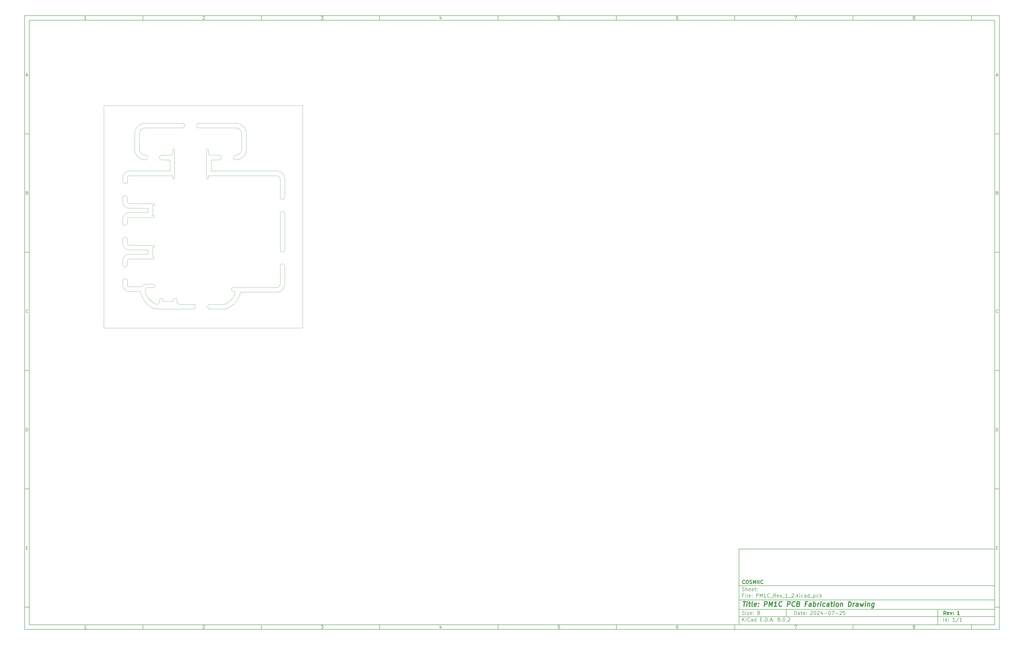
<source format=gbr>
%TF.GenerationSoftware,KiCad,Pcbnew,8.0.2*%
%TF.CreationDate,2024-09-08T21:36:53-05:00*%
%TF.ProjectId,PM1C_Rev_1_2,504d3143-5f52-4657-965f-315f322e6b69,1*%
%TF.SameCoordinates,PX297003ePY8770cd2*%
%TF.FileFunction,Profile,NP*%
%FSLAX46Y46*%
G04 Gerber Fmt 4.6, Leading zero omitted, Abs format (unit mm)*
G04 Created by KiCad (PCBNEW 8.0.2) date 2024-09-08 21:36:53*
%MOMM*%
%LPD*%
G01*
G04 APERTURE LIST*
%ADD10C,0.100000*%
%ADD11C,0.150000*%
%ADD12C,0.300000*%
%ADD13C,0.400000*%
%TA.AperFunction,Profile*%
%ADD14C,0.050000*%
%TD*%
G04 APERTURE END LIST*
D10*
D11*
X268349570Y-93380206D02*
X376349570Y-93380206D01*
X376349570Y-125380206D01*
X268349570Y-125380206D01*
X268349570Y-93380206D01*
D10*
D11*
X-33450430Y132019794D02*
X378349570Y132019794D01*
X378349570Y-127380206D01*
X-33450430Y-127380206D01*
X-33450430Y132019794D01*
D10*
D11*
X-31450430Y130019794D02*
X376349570Y130019794D01*
X376349570Y-125380206D01*
X-31450430Y-125380206D01*
X-31450430Y130019794D01*
D10*
D11*
X16549570Y130019794D02*
X16549570Y132019794D01*
D10*
D11*
X66549570Y130019794D02*
X66549570Y132019794D01*
D10*
D11*
X116549570Y130019794D02*
X116549570Y132019794D01*
D10*
D11*
X166549570Y130019794D02*
X166549570Y132019794D01*
D10*
D11*
X216549570Y130019794D02*
X216549570Y132019794D01*
D10*
D11*
X266549570Y130019794D02*
X266549570Y132019794D01*
D10*
D11*
X316549570Y130019794D02*
X316549570Y132019794D01*
D10*
D11*
X366549570Y130019794D02*
X366549570Y132019794D01*
D10*
D11*
X-7361270Y130426190D02*
X-8104127Y130426190D01*
X-7732699Y130426190D02*
X-7732699Y131726190D01*
X-7732699Y131726190D02*
X-7856508Y131540475D01*
X-7856508Y131540475D02*
X-7980318Y131416666D01*
X-7980318Y131416666D02*
X-8104127Y131354761D01*
D10*
D11*
X41895873Y131602380D02*
X41957777Y131664285D01*
X41957777Y131664285D02*
X42081587Y131726190D01*
X42081587Y131726190D02*
X42391111Y131726190D01*
X42391111Y131726190D02*
X42514920Y131664285D01*
X42514920Y131664285D02*
X42576825Y131602380D01*
X42576825Y131602380D02*
X42638730Y131478571D01*
X42638730Y131478571D02*
X42638730Y131354761D01*
X42638730Y131354761D02*
X42576825Y131169047D01*
X42576825Y131169047D02*
X41833968Y130426190D01*
X41833968Y130426190D02*
X42638730Y130426190D01*
D10*
D11*
X91833968Y131726190D02*
X92638730Y131726190D01*
X92638730Y131726190D02*
X92205396Y131230952D01*
X92205396Y131230952D02*
X92391111Y131230952D01*
X92391111Y131230952D02*
X92514920Y131169047D01*
X92514920Y131169047D02*
X92576825Y131107142D01*
X92576825Y131107142D02*
X92638730Y130983333D01*
X92638730Y130983333D02*
X92638730Y130673809D01*
X92638730Y130673809D02*
X92576825Y130549999D01*
X92576825Y130549999D02*
X92514920Y130488094D01*
X92514920Y130488094D02*
X92391111Y130426190D01*
X92391111Y130426190D02*
X92019682Y130426190D01*
X92019682Y130426190D02*
X91895873Y130488094D01*
X91895873Y130488094D02*
X91833968Y130549999D01*
D10*
D11*
X142514920Y131292856D02*
X142514920Y130426190D01*
X142205396Y131788094D02*
X141895873Y130859523D01*
X141895873Y130859523D02*
X142700634Y130859523D01*
D10*
D11*
X192576825Y131726190D02*
X191957777Y131726190D01*
X191957777Y131726190D02*
X191895873Y131107142D01*
X191895873Y131107142D02*
X191957777Y131169047D01*
X191957777Y131169047D02*
X192081587Y131230952D01*
X192081587Y131230952D02*
X192391111Y131230952D01*
X192391111Y131230952D02*
X192514920Y131169047D01*
X192514920Y131169047D02*
X192576825Y131107142D01*
X192576825Y131107142D02*
X192638730Y130983333D01*
X192638730Y130983333D02*
X192638730Y130673809D01*
X192638730Y130673809D02*
X192576825Y130549999D01*
X192576825Y130549999D02*
X192514920Y130488094D01*
X192514920Y130488094D02*
X192391111Y130426190D01*
X192391111Y130426190D02*
X192081587Y130426190D01*
X192081587Y130426190D02*
X191957777Y130488094D01*
X191957777Y130488094D02*
X191895873Y130549999D01*
D10*
D11*
X242514920Y131726190D02*
X242267301Y131726190D01*
X242267301Y131726190D02*
X242143492Y131664285D01*
X242143492Y131664285D02*
X242081587Y131602380D01*
X242081587Y131602380D02*
X241957777Y131416666D01*
X241957777Y131416666D02*
X241895873Y131169047D01*
X241895873Y131169047D02*
X241895873Y130673809D01*
X241895873Y130673809D02*
X241957777Y130549999D01*
X241957777Y130549999D02*
X242019682Y130488094D01*
X242019682Y130488094D02*
X242143492Y130426190D01*
X242143492Y130426190D02*
X242391111Y130426190D01*
X242391111Y130426190D02*
X242514920Y130488094D01*
X242514920Y130488094D02*
X242576825Y130549999D01*
X242576825Y130549999D02*
X242638730Y130673809D01*
X242638730Y130673809D02*
X242638730Y130983333D01*
X242638730Y130983333D02*
X242576825Y131107142D01*
X242576825Y131107142D02*
X242514920Y131169047D01*
X242514920Y131169047D02*
X242391111Y131230952D01*
X242391111Y131230952D02*
X242143492Y131230952D01*
X242143492Y131230952D02*
X242019682Y131169047D01*
X242019682Y131169047D02*
X241957777Y131107142D01*
X241957777Y131107142D02*
X241895873Y130983333D01*
D10*
D11*
X291833968Y131726190D02*
X292700634Y131726190D01*
X292700634Y131726190D02*
X292143492Y130426190D01*
D10*
D11*
X342143492Y131169047D02*
X342019682Y131230952D01*
X342019682Y131230952D02*
X341957777Y131292856D01*
X341957777Y131292856D02*
X341895873Y131416666D01*
X341895873Y131416666D02*
X341895873Y131478571D01*
X341895873Y131478571D02*
X341957777Y131602380D01*
X341957777Y131602380D02*
X342019682Y131664285D01*
X342019682Y131664285D02*
X342143492Y131726190D01*
X342143492Y131726190D02*
X342391111Y131726190D01*
X342391111Y131726190D02*
X342514920Y131664285D01*
X342514920Y131664285D02*
X342576825Y131602380D01*
X342576825Y131602380D02*
X342638730Y131478571D01*
X342638730Y131478571D02*
X342638730Y131416666D01*
X342638730Y131416666D02*
X342576825Y131292856D01*
X342576825Y131292856D02*
X342514920Y131230952D01*
X342514920Y131230952D02*
X342391111Y131169047D01*
X342391111Y131169047D02*
X342143492Y131169047D01*
X342143492Y131169047D02*
X342019682Y131107142D01*
X342019682Y131107142D02*
X341957777Y131045237D01*
X341957777Y131045237D02*
X341895873Y130921428D01*
X341895873Y130921428D02*
X341895873Y130673809D01*
X341895873Y130673809D02*
X341957777Y130549999D01*
X341957777Y130549999D02*
X342019682Y130488094D01*
X342019682Y130488094D02*
X342143492Y130426190D01*
X342143492Y130426190D02*
X342391111Y130426190D01*
X342391111Y130426190D02*
X342514920Y130488094D01*
X342514920Y130488094D02*
X342576825Y130549999D01*
X342576825Y130549999D02*
X342638730Y130673809D01*
X342638730Y130673809D02*
X342638730Y130921428D01*
X342638730Y130921428D02*
X342576825Y131045237D01*
X342576825Y131045237D02*
X342514920Y131107142D01*
X342514920Y131107142D02*
X342391111Y131169047D01*
D10*
D11*
X16549570Y-125380206D02*
X16549570Y-127380206D01*
D10*
D11*
X66549570Y-125380206D02*
X66549570Y-127380206D01*
D10*
D11*
X116549570Y-125380206D02*
X116549570Y-127380206D01*
D10*
D11*
X166549570Y-125380206D02*
X166549570Y-127380206D01*
D10*
D11*
X216549570Y-125380206D02*
X216549570Y-127380206D01*
D10*
D11*
X266549570Y-125380206D02*
X266549570Y-127380206D01*
D10*
D11*
X316549570Y-125380206D02*
X316549570Y-127380206D01*
D10*
D11*
X366549570Y-125380206D02*
X366549570Y-127380206D01*
D10*
D11*
X-7361270Y-126973810D02*
X-8104127Y-126973810D01*
X-7732699Y-126973810D02*
X-7732699Y-125673810D01*
X-7732699Y-125673810D02*
X-7856508Y-125859525D01*
X-7856508Y-125859525D02*
X-7980318Y-125983334D01*
X-7980318Y-125983334D02*
X-8104127Y-126045239D01*
D10*
D11*
X41895873Y-125797620D02*
X41957777Y-125735715D01*
X41957777Y-125735715D02*
X42081587Y-125673810D01*
X42081587Y-125673810D02*
X42391111Y-125673810D01*
X42391111Y-125673810D02*
X42514920Y-125735715D01*
X42514920Y-125735715D02*
X42576825Y-125797620D01*
X42576825Y-125797620D02*
X42638730Y-125921429D01*
X42638730Y-125921429D02*
X42638730Y-126045239D01*
X42638730Y-126045239D02*
X42576825Y-126230953D01*
X42576825Y-126230953D02*
X41833968Y-126973810D01*
X41833968Y-126973810D02*
X42638730Y-126973810D01*
D10*
D11*
X91833968Y-125673810D02*
X92638730Y-125673810D01*
X92638730Y-125673810D02*
X92205396Y-126169048D01*
X92205396Y-126169048D02*
X92391111Y-126169048D01*
X92391111Y-126169048D02*
X92514920Y-126230953D01*
X92514920Y-126230953D02*
X92576825Y-126292858D01*
X92576825Y-126292858D02*
X92638730Y-126416667D01*
X92638730Y-126416667D02*
X92638730Y-126726191D01*
X92638730Y-126726191D02*
X92576825Y-126850001D01*
X92576825Y-126850001D02*
X92514920Y-126911906D01*
X92514920Y-126911906D02*
X92391111Y-126973810D01*
X92391111Y-126973810D02*
X92019682Y-126973810D01*
X92019682Y-126973810D02*
X91895873Y-126911906D01*
X91895873Y-126911906D02*
X91833968Y-126850001D01*
D10*
D11*
X142514920Y-126107144D02*
X142514920Y-126973810D01*
X142205396Y-125611906D02*
X141895873Y-126540477D01*
X141895873Y-126540477D02*
X142700634Y-126540477D01*
D10*
D11*
X192576825Y-125673810D02*
X191957777Y-125673810D01*
X191957777Y-125673810D02*
X191895873Y-126292858D01*
X191895873Y-126292858D02*
X191957777Y-126230953D01*
X191957777Y-126230953D02*
X192081587Y-126169048D01*
X192081587Y-126169048D02*
X192391111Y-126169048D01*
X192391111Y-126169048D02*
X192514920Y-126230953D01*
X192514920Y-126230953D02*
X192576825Y-126292858D01*
X192576825Y-126292858D02*
X192638730Y-126416667D01*
X192638730Y-126416667D02*
X192638730Y-126726191D01*
X192638730Y-126726191D02*
X192576825Y-126850001D01*
X192576825Y-126850001D02*
X192514920Y-126911906D01*
X192514920Y-126911906D02*
X192391111Y-126973810D01*
X192391111Y-126973810D02*
X192081587Y-126973810D01*
X192081587Y-126973810D02*
X191957777Y-126911906D01*
X191957777Y-126911906D02*
X191895873Y-126850001D01*
D10*
D11*
X242514920Y-125673810D02*
X242267301Y-125673810D01*
X242267301Y-125673810D02*
X242143492Y-125735715D01*
X242143492Y-125735715D02*
X242081587Y-125797620D01*
X242081587Y-125797620D02*
X241957777Y-125983334D01*
X241957777Y-125983334D02*
X241895873Y-126230953D01*
X241895873Y-126230953D02*
X241895873Y-126726191D01*
X241895873Y-126726191D02*
X241957777Y-126850001D01*
X241957777Y-126850001D02*
X242019682Y-126911906D01*
X242019682Y-126911906D02*
X242143492Y-126973810D01*
X242143492Y-126973810D02*
X242391111Y-126973810D01*
X242391111Y-126973810D02*
X242514920Y-126911906D01*
X242514920Y-126911906D02*
X242576825Y-126850001D01*
X242576825Y-126850001D02*
X242638730Y-126726191D01*
X242638730Y-126726191D02*
X242638730Y-126416667D01*
X242638730Y-126416667D02*
X242576825Y-126292858D01*
X242576825Y-126292858D02*
X242514920Y-126230953D01*
X242514920Y-126230953D02*
X242391111Y-126169048D01*
X242391111Y-126169048D02*
X242143492Y-126169048D01*
X242143492Y-126169048D02*
X242019682Y-126230953D01*
X242019682Y-126230953D02*
X241957777Y-126292858D01*
X241957777Y-126292858D02*
X241895873Y-126416667D01*
D10*
D11*
X291833968Y-125673810D02*
X292700634Y-125673810D01*
X292700634Y-125673810D02*
X292143492Y-126973810D01*
D10*
D11*
X342143492Y-126230953D02*
X342019682Y-126169048D01*
X342019682Y-126169048D02*
X341957777Y-126107144D01*
X341957777Y-126107144D02*
X341895873Y-125983334D01*
X341895873Y-125983334D02*
X341895873Y-125921429D01*
X341895873Y-125921429D02*
X341957777Y-125797620D01*
X341957777Y-125797620D02*
X342019682Y-125735715D01*
X342019682Y-125735715D02*
X342143492Y-125673810D01*
X342143492Y-125673810D02*
X342391111Y-125673810D01*
X342391111Y-125673810D02*
X342514920Y-125735715D01*
X342514920Y-125735715D02*
X342576825Y-125797620D01*
X342576825Y-125797620D02*
X342638730Y-125921429D01*
X342638730Y-125921429D02*
X342638730Y-125983334D01*
X342638730Y-125983334D02*
X342576825Y-126107144D01*
X342576825Y-126107144D02*
X342514920Y-126169048D01*
X342514920Y-126169048D02*
X342391111Y-126230953D01*
X342391111Y-126230953D02*
X342143492Y-126230953D01*
X342143492Y-126230953D02*
X342019682Y-126292858D01*
X342019682Y-126292858D02*
X341957777Y-126354763D01*
X341957777Y-126354763D02*
X341895873Y-126478572D01*
X341895873Y-126478572D02*
X341895873Y-126726191D01*
X341895873Y-126726191D02*
X341957777Y-126850001D01*
X341957777Y-126850001D02*
X342019682Y-126911906D01*
X342019682Y-126911906D02*
X342143492Y-126973810D01*
X342143492Y-126973810D02*
X342391111Y-126973810D01*
X342391111Y-126973810D02*
X342514920Y-126911906D01*
X342514920Y-126911906D02*
X342576825Y-126850001D01*
X342576825Y-126850001D02*
X342638730Y-126726191D01*
X342638730Y-126726191D02*
X342638730Y-126478572D01*
X342638730Y-126478572D02*
X342576825Y-126354763D01*
X342576825Y-126354763D02*
X342514920Y-126292858D01*
X342514920Y-126292858D02*
X342391111Y-126230953D01*
D10*
D11*
X-33450430Y82019794D02*
X-31450430Y82019794D01*
D10*
D11*
X-33450430Y32019794D02*
X-31450430Y32019794D01*
D10*
D11*
X-33450430Y-17980206D02*
X-31450430Y-17980206D01*
D10*
D11*
X-33450430Y-67980206D02*
X-31450430Y-67980206D01*
D10*
D11*
X-33450430Y-117980206D02*
X-31450430Y-117980206D01*
D10*
D11*
X-32759954Y106797618D02*
X-32140907Y106797618D01*
X-32883764Y106426190D02*
X-32450431Y107726190D01*
X-32450431Y107726190D02*
X-32017097Y106426190D01*
D10*
D11*
X-32357573Y57107142D02*
X-32171859Y57045237D01*
X-32171859Y57045237D02*
X-32109954Y56983333D01*
X-32109954Y56983333D02*
X-32048050Y56859523D01*
X-32048050Y56859523D02*
X-32048050Y56673809D01*
X-32048050Y56673809D02*
X-32109954Y56549999D01*
X-32109954Y56549999D02*
X-32171859Y56488094D01*
X-32171859Y56488094D02*
X-32295669Y56426190D01*
X-32295669Y56426190D02*
X-32790907Y56426190D01*
X-32790907Y56426190D02*
X-32790907Y57726190D01*
X-32790907Y57726190D02*
X-32357573Y57726190D01*
X-32357573Y57726190D02*
X-32233764Y57664285D01*
X-32233764Y57664285D02*
X-32171859Y57602380D01*
X-32171859Y57602380D02*
X-32109954Y57478571D01*
X-32109954Y57478571D02*
X-32109954Y57354761D01*
X-32109954Y57354761D02*
X-32171859Y57230952D01*
X-32171859Y57230952D02*
X-32233764Y57169047D01*
X-32233764Y57169047D02*
X-32357573Y57107142D01*
X-32357573Y57107142D02*
X-32790907Y57107142D01*
D10*
D11*
X-32048050Y6549999D02*
X-32109954Y6488094D01*
X-32109954Y6488094D02*
X-32295669Y6426190D01*
X-32295669Y6426190D02*
X-32419478Y6426190D01*
X-32419478Y6426190D02*
X-32605192Y6488094D01*
X-32605192Y6488094D02*
X-32729002Y6611904D01*
X-32729002Y6611904D02*
X-32790907Y6735714D01*
X-32790907Y6735714D02*
X-32852811Y6983333D01*
X-32852811Y6983333D02*
X-32852811Y7169047D01*
X-32852811Y7169047D02*
X-32790907Y7416666D01*
X-32790907Y7416666D02*
X-32729002Y7540475D01*
X-32729002Y7540475D02*
X-32605192Y7664285D01*
X-32605192Y7664285D02*
X-32419478Y7726190D01*
X-32419478Y7726190D02*
X-32295669Y7726190D01*
X-32295669Y7726190D02*
X-32109954Y7664285D01*
X-32109954Y7664285D02*
X-32048050Y7602380D01*
D10*
D11*
X-32790907Y-43573810D02*
X-32790907Y-42273810D01*
X-32790907Y-42273810D02*
X-32481383Y-42273810D01*
X-32481383Y-42273810D02*
X-32295669Y-42335715D01*
X-32295669Y-42335715D02*
X-32171859Y-42459525D01*
X-32171859Y-42459525D02*
X-32109954Y-42583334D01*
X-32109954Y-42583334D02*
X-32048050Y-42830953D01*
X-32048050Y-42830953D02*
X-32048050Y-43016667D01*
X-32048050Y-43016667D02*
X-32109954Y-43264286D01*
X-32109954Y-43264286D02*
X-32171859Y-43388096D01*
X-32171859Y-43388096D02*
X-32295669Y-43511906D01*
X-32295669Y-43511906D02*
X-32481383Y-43573810D01*
X-32481383Y-43573810D02*
X-32790907Y-43573810D01*
D10*
D11*
X-32729002Y-92892858D02*
X-32295668Y-92892858D01*
X-32109954Y-93573810D02*
X-32729002Y-93573810D01*
X-32729002Y-93573810D02*
X-32729002Y-92273810D01*
X-32729002Y-92273810D02*
X-32109954Y-92273810D01*
D10*
D11*
X378349570Y82019794D02*
X376349570Y82019794D01*
D10*
D11*
X378349570Y32019794D02*
X376349570Y32019794D01*
D10*
D11*
X378349570Y-17980206D02*
X376349570Y-17980206D01*
D10*
D11*
X378349570Y-67980206D02*
X376349570Y-67980206D01*
D10*
D11*
X378349570Y-117980206D02*
X376349570Y-117980206D01*
D10*
D11*
X377040046Y106797618D02*
X377659093Y106797618D01*
X376916236Y106426190D02*
X377349569Y107726190D01*
X377349569Y107726190D02*
X377782903Y106426190D01*
D10*
D11*
X377442427Y57107142D02*
X377628141Y57045237D01*
X377628141Y57045237D02*
X377690046Y56983333D01*
X377690046Y56983333D02*
X377751950Y56859523D01*
X377751950Y56859523D02*
X377751950Y56673809D01*
X377751950Y56673809D02*
X377690046Y56549999D01*
X377690046Y56549999D02*
X377628141Y56488094D01*
X377628141Y56488094D02*
X377504331Y56426190D01*
X377504331Y56426190D02*
X377009093Y56426190D01*
X377009093Y56426190D02*
X377009093Y57726190D01*
X377009093Y57726190D02*
X377442427Y57726190D01*
X377442427Y57726190D02*
X377566236Y57664285D01*
X377566236Y57664285D02*
X377628141Y57602380D01*
X377628141Y57602380D02*
X377690046Y57478571D01*
X377690046Y57478571D02*
X377690046Y57354761D01*
X377690046Y57354761D02*
X377628141Y57230952D01*
X377628141Y57230952D02*
X377566236Y57169047D01*
X377566236Y57169047D02*
X377442427Y57107142D01*
X377442427Y57107142D02*
X377009093Y57107142D01*
D10*
D11*
X377751950Y6549999D02*
X377690046Y6488094D01*
X377690046Y6488094D02*
X377504331Y6426190D01*
X377504331Y6426190D02*
X377380522Y6426190D01*
X377380522Y6426190D02*
X377194808Y6488094D01*
X377194808Y6488094D02*
X377070998Y6611904D01*
X377070998Y6611904D02*
X377009093Y6735714D01*
X377009093Y6735714D02*
X376947189Y6983333D01*
X376947189Y6983333D02*
X376947189Y7169047D01*
X376947189Y7169047D02*
X377009093Y7416666D01*
X377009093Y7416666D02*
X377070998Y7540475D01*
X377070998Y7540475D02*
X377194808Y7664285D01*
X377194808Y7664285D02*
X377380522Y7726190D01*
X377380522Y7726190D02*
X377504331Y7726190D01*
X377504331Y7726190D02*
X377690046Y7664285D01*
X377690046Y7664285D02*
X377751950Y7602380D01*
D10*
D11*
X377009093Y-43573810D02*
X377009093Y-42273810D01*
X377009093Y-42273810D02*
X377318617Y-42273810D01*
X377318617Y-42273810D02*
X377504331Y-42335715D01*
X377504331Y-42335715D02*
X377628141Y-42459525D01*
X377628141Y-42459525D02*
X377690046Y-42583334D01*
X377690046Y-42583334D02*
X377751950Y-42830953D01*
X377751950Y-42830953D02*
X377751950Y-43016667D01*
X377751950Y-43016667D02*
X377690046Y-43264286D01*
X377690046Y-43264286D02*
X377628141Y-43388096D01*
X377628141Y-43388096D02*
X377504331Y-43511906D01*
X377504331Y-43511906D02*
X377318617Y-43573810D01*
X377318617Y-43573810D02*
X377009093Y-43573810D01*
D10*
D11*
X377070998Y-92892858D02*
X377504332Y-92892858D01*
X377690046Y-93573810D02*
X377070998Y-93573810D01*
X377070998Y-93573810D02*
X377070998Y-92273810D01*
X377070998Y-92273810D02*
X377690046Y-92273810D01*
D10*
D11*
X291805396Y-121166334D02*
X291805396Y-119666334D01*
X291805396Y-119666334D02*
X292162539Y-119666334D01*
X292162539Y-119666334D02*
X292376825Y-119737763D01*
X292376825Y-119737763D02*
X292519682Y-119880620D01*
X292519682Y-119880620D02*
X292591111Y-120023477D01*
X292591111Y-120023477D02*
X292662539Y-120309191D01*
X292662539Y-120309191D02*
X292662539Y-120523477D01*
X292662539Y-120523477D02*
X292591111Y-120809191D01*
X292591111Y-120809191D02*
X292519682Y-120952048D01*
X292519682Y-120952048D02*
X292376825Y-121094906D01*
X292376825Y-121094906D02*
X292162539Y-121166334D01*
X292162539Y-121166334D02*
X291805396Y-121166334D01*
X293948254Y-121166334D02*
X293948254Y-120380620D01*
X293948254Y-120380620D02*
X293876825Y-120237763D01*
X293876825Y-120237763D02*
X293733968Y-120166334D01*
X293733968Y-120166334D02*
X293448254Y-120166334D01*
X293448254Y-120166334D02*
X293305396Y-120237763D01*
X293948254Y-121094906D02*
X293805396Y-121166334D01*
X293805396Y-121166334D02*
X293448254Y-121166334D01*
X293448254Y-121166334D02*
X293305396Y-121094906D01*
X293305396Y-121094906D02*
X293233968Y-120952048D01*
X293233968Y-120952048D02*
X293233968Y-120809191D01*
X293233968Y-120809191D02*
X293305396Y-120666334D01*
X293305396Y-120666334D02*
X293448254Y-120594906D01*
X293448254Y-120594906D02*
X293805396Y-120594906D01*
X293805396Y-120594906D02*
X293948254Y-120523477D01*
X294448254Y-120166334D02*
X295019682Y-120166334D01*
X294662539Y-119666334D02*
X294662539Y-120952048D01*
X294662539Y-120952048D02*
X294733968Y-121094906D01*
X294733968Y-121094906D02*
X294876825Y-121166334D01*
X294876825Y-121166334D02*
X295019682Y-121166334D01*
X296091111Y-121094906D02*
X295948254Y-121166334D01*
X295948254Y-121166334D02*
X295662540Y-121166334D01*
X295662540Y-121166334D02*
X295519682Y-121094906D01*
X295519682Y-121094906D02*
X295448254Y-120952048D01*
X295448254Y-120952048D02*
X295448254Y-120380620D01*
X295448254Y-120380620D02*
X295519682Y-120237763D01*
X295519682Y-120237763D02*
X295662540Y-120166334D01*
X295662540Y-120166334D02*
X295948254Y-120166334D01*
X295948254Y-120166334D02*
X296091111Y-120237763D01*
X296091111Y-120237763D02*
X296162540Y-120380620D01*
X296162540Y-120380620D02*
X296162540Y-120523477D01*
X296162540Y-120523477D02*
X295448254Y-120666334D01*
X296805396Y-121023477D02*
X296876825Y-121094906D01*
X296876825Y-121094906D02*
X296805396Y-121166334D01*
X296805396Y-121166334D02*
X296733968Y-121094906D01*
X296733968Y-121094906D02*
X296805396Y-121023477D01*
X296805396Y-121023477D02*
X296805396Y-121166334D01*
X296805396Y-120237763D02*
X296876825Y-120309191D01*
X296876825Y-120309191D02*
X296805396Y-120380620D01*
X296805396Y-120380620D02*
X296733968Y-120309191D01*
X296733968Y-120309191D02*
X296805396Y-120237763D01*
X296805396Y-120237763D02*
X296805396Y-120380620D01*
X298591111Y-119809191D02*
X298662539Y-119737763D01*
X298662539Y-119737763D02*
X298805397Y-119666334D01*
X298805397Y-119666334D02*
X299162539Y-119666334D01*
X299162539Y-119666334D02*
X299305397Y-119737763D01*
X299305397Y-119737763D02*
X299376825Y-119809191D01*
X299376825Y-119809191D02*
X299448254Y-119952048D01*
X299448254Y-119952048D02*
X299448254Y-120094906D01*
X299448254Y-120094906D02*
X299376825Y-120309191D01*
X299376825Y-120309191D02*
X298519682Y-121166334D01*
X298519682Y-121166334D02*
X299448254Y-121166334D01*
X300376825Y-119666334D02*
X300519682Y-119666334D01*
X300519682Y-119666334D02*
X300662539Y-119737763D01*
X300662539Y-119737763D02*
X300733968Y-119809191D01*
X300733968Y-119809191D02*
X300805396Y-119952048D01*
X300805396Y-119952048D02*
X300876825Y-120237763D01*
X300876825Y-120237763D02*
X300876825Y-120594906D01*
X300876825Y-120594906D02*
X300805396Y-120880620D01*
X300805396Y-120880620D02*
X300733968Y-121023477D01*
X300733968Y-121023477D02*
X300662539Y-121094906D01*
X300662539Y-121094906D02*
X300519682Y-121166334D01*
X300519682Y-121166334D02*
X300376825Y-121166334D01*
X300376825Y-121166334D02*
X300233968Y-121094906D01*
X300233968Y-121094906D02*
X300162539Y-121023477D01*
X300162539Y-121023477D02*
X300091110Y-120880620D01*
X300091110Y-120880620D02*
X300019682Y-120594906D01*
X300019682Y-120594906D02*
X300019682Y-120237763D01*
X300019682Y-120237763D02*
X300091110Y-119952048D01*
X300091110Y-119952048D02*
X300162539Y-119809191D01*
X300162539Y-119809191D02*
X300233968Y-119737763D01*
X300233968Y-119737763D02*
X300376825Y-119666334D01*
X301448253Y-119809191D02*
X301519681Y-119737763D01*
X301519681Y-119737763D02*
X301662539Y-119666334D01*
X301662539Y-119666334D02*
X302019681Y-119666334D01*
X302019681Y-119666334D02*
X302162539Y-119737763D01*
X302162539Y-119737763D02*
X302233967Y-119809191D01*
X302233967Y-119809191D02*
X302305396Y-119952048D01*
X302305396Y-119952048D02*
X302305396Y-120094906D01*
X302305396Y-120094906D02*
X302233967Y-120309191D01*
X302233967Y-120309191D02*
X301376824Y-121166334D01*
X301376824Y-121166334D02*
X302305396Y-121166334D01*
X303591110Y-120166334D02*
X303591110Y-121166334D01*
X303233967Y-119594906D02*
X302876824Y-120666334D01*
X302876824Y-120666334D02*
X303805395Y-120666334D01*
X304376823Y-120594906D02*
X305519681Y-120594906D01*
X306519681Y-119666334D02*
X306662538Y-119666334D01*
X306662538Y-119666334D02*
X306805395Y-119737763D01*
X306805395Y-119737763D02*
X306876824Y-119809191D01*
X306876824Y-119809191D02*
X306948252Y-119952048D01*
X306948252Y-119952048D02*
X307019681Y-120237763D01*
X307019681Y-120237763D02*
X307019681Y-120594906D01*
X307019681Y-120594906D02*
X306948252Y-120880620D01*
X306948252Y-120880620D02*
X306876824Y-121023477D01*
X306876824Y-121023477D02*
X306805395Y-121094906D01*
X306805395Y-121094906D02*
X306662538Y-121166334D01*
X306662538Y-121166334D02*
X306519681Y-121166334D01*
X306519681Y-121166334D02*
X306376824Y-121094906D01*
X306376824Y-121094906D02*
X306305395Y-121023477D01*
X306305395Y-121023477D02*
X306233966Y-120880620D01*
X306233966Y-120880620D02*
X306162538Y-120594906D01*
X306162538Y-120594906D02*
X306162538Y-120237763D01*
X306162538Y-120237763D02*
X306233966Y-119952048D01*
X306233966Y-119952048D02*
X306305395Y-119809191D01*
X306305395Y-119809191D02*
X306376824Y-119737763D01*
X306376824Y-119737763D02*
X306519681Y-119666334D01*
X307519680Y-119666334D02*
X308519680Y-119666334D01*
X308519680Y-119666334D02*
X307876823Y-121166334D01*
X309091108Y-120594906D02*
X310233966Y-120594906D01*
X310876823Y-119809191D02*
X310948251Y-119737763D01*
X310948251Y-119737763D02*
X311091109Y-119666334D01*
X311091109Y-119666334D02*
X311448251Y-119666334D01*
X311448251Y-119666334D02*
X311591109Y-119737763D01*
X311591109Y-119737763D02*
X311662537Y-119809191D01*
X311662537Y-119809191D02*
X311733966Y-119952048D01*
X311733966Y-119952048D02*
X311733966Y-120094906D01*
X311733966Y-120094906D02*
X311662537Y-120309191D01*
X311662537Y-120309191D02*
X310805394Y-121166334D01*
X310805394Y-121166334D02*
X311733966Y-121166334D01*
X313091108Y-119666334D02*
X312376822Y-119666334D01*
X312376822Y-119666334D02*
X312305394Y-120380620D01*
X312305394Y-120380620D02*
X312376822Y-120309191D01*
X312376822Y-120309191D02*
X312519680Y-120237763D01*
X312519680Y-120237763D02*
X312876822Y-120237763D01*
X312876822Y-120237763D02*
X313019680Y-120309191D01*
X313019680Y-120309191D02*
X313091108Y-120380620D01*
X313091108Y-120380620D02*
X313162537Y-120523477D01*
X313162537Y-120523477D02*
X313162537Y-120880620D01*
X313162537Y-120880620D02*
X313091108Y-121023477D01*
X313091108Y-121023477D02*
X313019680Y-121094906D01*
X313019680Y-121094906D02*
X312876822Y-121166334D01*
X312876822Y-121166334D02*
X312519680Y-121166334D01*
X312519680Y-121166334D02*
X312376822Y-121094906D01*
X312376822Y-121094906D02*
X312305394Y-121023477D01*
D10*
D11*
X268349570Y-121880206D02*
X376349570Y-121880206D01*
D10*
D11*
X269805396Y-123966334D02*
X269805396Y-122466334D01*
X270662539Y-123966334D02*
X270019682Y-123109191D01*
X270662539Y-122466334D02*
X269805396Y-123323477D01*
X271305396Y-123966334D02*
X271305396Y-122966334D01*
X271305396Y-122466334D02*
X271233968Y-122537763D01*
X271233968Y-122537763D02*
X271305396Y-122609191D01*
X271305396Y-122609191D02*
X271376825Y-122537763D01*
X271376825Y-122537763D02*
X271305396Y-122466334D01*
X271305396Y-122466334D02*
X271305396Y-122609191D01*
X272876825Y-123823477D02*
X272805397Y-123894906D01*
X272805397Y-123894906D02*
X272591111Y-123966334D01*
X272591111Y-123966334D02*
X272448254Y-123966334D01*
X272448254Y-123966334D02*
X272233968Y-123894906D01*
X272233968Y-123894906D02*
X272091111Y-123752048D01*
X272091111Y-123752048D02*
X272019682Y-123609191D01*
X272019682Y-123609191D02*
X271948254Y-123323477D01*
X271948254Y-123323477D02*
X271948254Y-123109191D01*
X271948254Y-123109191D02*
X272019682Y-122823477D01*
X272019682Y-122823477D02*
X272091111Y-122680620D01*
X272091111Y-122680620D02*
X272233968Y-122537763D01*
X272233968Y-122537763D02*
X272448254Y-122466334D01*
X272448254Y-122466334D02*
X272591111Y-122466334D01*
X272591111Y-122466334D02*
X272805397Y-122537763D01*
X272805397Y-122537763D02*
X272876825Y-122609191D01*
X274162540Y-123966334D02*
X274162540Y-123180620D01*
X274162540Y-123180620D02*
X274091111Y-123037763D01*
X274091111Y-123037763D02*
X273948254Y-122966334D01*
X273948254Y-122966334D02*
X273662540Y-122966334D01*
X273662540Y-122966334D02*
X273519682Y-123037763D01*
X274162540Y-123894906D02*
X274019682Y-123966334D01*
X274019682Y-123966334D02*
X273662540Y-123966334D01*
X273662540Y-123966334D02*
X273519682Y-123894906D01*
X273519682Y-123894906D02*
X273448254Y-123752048D01*
X273448254Y-123752048D02*
X273448254Y-123609191D01*
X273448254Y-123609191D02*
X273519682Y-123466334D01*
X273519682Y-123466334D02*
X273662540Y-123394906D01*
X273662540Y-123394906D02*
X274019682Y-123394906D01*
X274019682Y-123394906D02*
X274162540Y-123323477D01*
X275519683Y-123966334D02*
X275519683Y-122466334D01*
X275519683Y-123894906D02*
X275376825Y-123966334D01*
X275376825Y-123966334D02*
X275091111Y-123966334D01*
X275091111Y-123966334D02*
X274948254Y-123894906D01*
X274948254Y-123894906D02*
X274876825Y-123823477D01*
X274876825Y-123823477D02*
X274805397Y-123680620D01*
X274805397Y-123680620D02*
X274805397Y-123252048D01*
X274805397Y-123252048D02*
X274876825Y-123109191D01*
X274876825Y-123109191D02*
X274948254Y-123037763D01*
X274948254Y-123037763D02*
X275091111Y-122966334D01*
X275091111Y-122966334D02*
X275376825Y-122966334D01*
X275376825Y-122966334D02*
X275519683Y-123037763D01*
X277376825Y-123180620D02*
X277876825Y-123180620D01*
X278091111Y-123966334D02*
X277376825Y-123966334D01*
X277376825Y-123966334D02*
X277376825Y-122466334D01*
X277376825Y-122466334D02*
X278091111Y-122466334D01*
X278733968Y-123823477D02*
X278805397Y-123894906D01*
X278805397Y-123894906D02*
X278733968Y-123966334D01*
X278733968Y-123966334D02*
X278662540Y-123894906D01*
X278662540Y-123894906D02*
X278733968Y-123823477D01*
X278733968Y-123823477D02*
X278733968Y-123966334D01*
X279448254Y-123966334D02*
X279448254Y-122466334D01*
X279448254Y-122466334D02*
X279805397Y-122466334D01*
X279805397Y-122466334D02*
X280019683Y-122537763D01*
X280019683Y-122537763D02*
X280162540Y-122680620D01*
X280162540Y-122680620D02*
X280233969Y-122823477D01*
X280233969Y-122823477D02*
X280305397Y-123109191D01*
X280305397Y-123109191D02*
X280305397Y-123323477D01*
X280305397Y-123323477D02*
X280233969Y-123609191D01*
X280233969Y-123609191D02*
X280162540Y-123752048D01*
X280162540Y-123752048D02*
X280019683Y-123894906D01*
X280019683Y-123894906D02*
X279805397Y-123966334D01*
X279805397Y-123966334D02*
X279448254Y-123966334D01*
X280948254Y-123823477D02*
X281019683Y-123894906D01*
X281019683Y-123894906D02*
X280948254Y-123966334D01*
X280948254Y-123966334D02*
X280876826Y-123894906D01*
X280876826Y-123894906D02*
X280948254Y-123823477D01*
X280948254Y-123823477D02*
X280948254Y-123966334D01*
X281591112Y-123537763D02*
X282305398Y-123537763D01*
X281448255Y-123966334D02*
X281948255Y-122466334D01*
X281948255Y-122466334D02*
X282448255Y-123966334D01*
X282948254Y-123823477D02*
X283019683Y-123894906D01*
X283019683Y-123894906D02*
X282948254Y-123966334D01*
X282948254Y-123966334D02*
X282876826Y-123894906D01*
X282876826Y-123894906D02*
X282948254Y-123823477D01*
X282948254Y-123823477D02*
X282948254Y-123966334D01*
X285019683Y-123109191D02*
X284876826Y-123037763D01*
X284876826Y-123037763D02*
X284805397Y-122966334D01*
X284805397Y-122966334D02*
X284733969Y-122823477D01*
X284733969Y-122823477D02*
X284733969Y-122752048D01*
X284733969Y-122752048D02*
X284805397Y-122609191D01*
X284805397Y-122609191D02*
X284876826Y-122537763D01*
X284876826Y-122537763D02*
X285019683Y-122466334D01*
X285019683Y-122466334D02*
X285305397Y-122466334D01*
X285305397Y-122466334D02*
X285448255Y-122537763D01*
X285448255Y-122537763D02*
X285519683Y-122609191D01*
X285519683Y-122609191D02*
X285591112Y-122752048D01*
X285591112Y-122752048D02*
X285591112Y-122823477D01*
X285591112Y-122823477D02*
X285519683Y-122966334D01*
X285519683Y-122966334D02*
X285448255Y-123037763D01*
X285448255Y-123037763D02*
X285305397Y-123109191D01*
X285305397Y-123109191D02*
X285019683Y-123109191D01*
X285019683Y-123109191D02*
X284876826Y-123180620D01*
X284876826Y-123180620D02*
X284805397Y-123252048D01*
X284805397Y-123252048D02*
X284733969Y-123394906D01*
X284733969Y-123394906D02*
X284733969Y-123680620D01*
X284733969Y-123680620D02*
X284805397Y-123823477D01*
X284805397Y-123823477D02*
X284876826Y-123894906D01*
X284876826Y-123894906D02*
X285019683Y-123966334D01*
X285019683Y-123966334D02*
X285305397Y-123966334D01*
X285305397Y-123966334D02*
X285448255Y-123894906D01*
X285448255Y-123894906D02*
X285519683Y-123823477D01*
X285519683Y-123823477D02*
X285591112Y-123680620D01*
X285591112Y-123680620D02*
X285591112Y-123394906D01*
X285591112Y-123394906D02*
X285519683Y-123252048D01*
X285519683Y-123252048D02*
X285448255Y-123180620D01*
X285448255Y-123180620D02*
X285305397Y-123109191D01*
X286233968Y-123823477D02*
X286305397Y-123894906D01*
X286305397Y-123894906D02*
X286233968Y-123966334D01*
X286233968Y-123966334D02*
X286162540Y-123894906D01*
X286162540Y-123894906D02*
X286233968Y-123823477D01*
X286233968Y-123823477D02*
X286233968Y-123966334D01*
X287233969Y-122466334D02*
X287376826Y-122466334D01*
X287376826Y-122466334D02*
X287519683Y-122537763D01*
X287519683Y-122537763D02*
X287591112Y-122609191D01*
X287591112Y-122609191D02*
X287662540Y-122752048D01*
X287662540Y-122752048D02*
X287733969Y-123037763D01*
X287733969Y-123037763D02*
X287733969Y-123394906D01*
X287733969Y-123394906D02*
X287662540Y-123680620D01*
X287662540Y-123680620D02*
X287591112Y-123823477D01*
X287591112Y-123823477D02*
X287519683Y-123894906D01*
X287519683Y-123894906D02*
X287376826Y-123966334D01*
X287376826Y-123966334D02*
X287233969Y-123966334D01*
X287233969Y-123966334D02*
X287091112Y-123894906D01*
X287091112Y-123894906D02*
X287019683Y-123823477D01*
X287019683Y-123823477D02*
X286948254Y-123680620D01*
X286948254Y-123680620D02*
X286876826Y-123394906D01*
X286876826Y-123394906D02*
X286876826Y-123037763D01*
X286876826Y-123037763D02*
X286948254Y-122752048D01*
X286948254Y-122752048D02*
X287019683Y-122609191D01*
X287019683Y-122609191D02*
X287091112Y-122537763D01*
X287091112Y-122537763D02*
X287233969Y-122466334D01*
X288376825Y-123823477D02*
X288448254Y-123894906D01*
X288448254Y-123894906D02*
X288376825Y-123966334D01*
X288376825Y-123966334D02*
X288305397Y-123894906D01*
X288305397Y-123894906D02*
X288376825Y-123823477D01*
X288376825Y-123823477D02*
X288376825Y-123966334D01*
X289019683Y-122609191D02*
X289091111Y-122537763D01*
X289091111Y-122537763D02*
X289233969Y-122466334D01*
X289233969Y-122466334D02*
X289591111Y-122466334D01*
X289591111Y-122466334D02*
X289733969Y-122537763D01*
X289733969Y-122537763D02*
X289805397Y-122609191D01*
X289805397Y-122609191D02*
X289876826Y-122752048D01*
X289876826Y-122752048D02*
X289876826Y-122894906D01*
X289876826Y-122894906D02*
X289805397Y-123109191D01*
X289805397Y-123109191D02*
X288948254Y-123966334D01*
X288948254Y-123966334D02*
X289876826Y-123966334D01*
D10*
D11*
X268349570Y-118880206D02*
X376349570Y-118880206D01*
D10*
D12*
X355761223Y-121158534D02*
X355261223Y-120444248D01*
X354904080Y-121158534D02*
X354904080Y-119658534D01*
X354904080Y-119658534D02*
X355475509Y-119658534D01*
X355475509Y-119658534D02*
X355618366Y-119729963D01*
X355618366Y-119729963D02*
X355689795Y-119801391D01*
X355689795Y-119801391D02*
X355761223Y-119944248D01*
X355761223Y-119944248D02*
X355761223Y-120158534D01*
X355761223Y-120158534D02*
X355689795Y-120301391D01*
X355689795Y-120301391D02*
X355618366Y-120372820D01*
X355618366Y-120372820D02*
X355475509Y-120444248D01*
X355475509Y-120444248D02*
X354904080Y-120444248D01*
X356975509Y-121087106D02*
X356832652Y-121158534D01*
X356832652Y-121158534D02*
X356546938Y-121158534D01*
X356546938Y-121158534D02*
X356404080Y-121087106D01*
X356404080Y-121087106D02*
X356332652Y-120944248D01*
X356332652Y-120944248D02*
X356332652Y-120372820D01*
X356332652Y-120372820D02*
X356404080Y-120229963D01*
X356404080Y-120229963D02*
X356546938Y-120158534D01*
X356546938Y-120158534D02*
X356832652Y-120158534D01*
X356832652Y-120158534D02*
X356975509Y-120229963D01*
X356975509Y-120229963D02*
X357046938Y-120372820D01*
X357046938Y-120372820D02*
X357046938Y-120515677D01*
X357046938Y-120515677D02*
X356332652Y-120658534D01*
X357546937Y-120158534D02*
X357904080Y-121158534D01*
X357904080Y-121158534D02*
X358261223Y-120158534D01*
X358832651Y-121015677D02*
X358904080Y-121087106D01*
X358904080Y-121087106D02*
X358832651Y-121158534D01*
X358832651Y-121158534D02*
X358761223Y-121087106D01*
X358761223Y-121087106D02*
X358832651Y-121015677D01*
X358832651Y-121015677D02*
X358832651Y-121158534D01*
X358832651Y-120229963D02*
X358904080Y-120301391D01*
X358904080Y-120301391D02*
X358832651Y-120372820D01*
X358832651Y-120372820D02*
X358761223Y-120301391D01*
X358761223Y-120301391D02*
X358832651Y-120229963D01*
X358832651Y-120229963D02*
X358832651Y-120372820D01*
X361475509Y-121158534D02*
X360618366Y-121158534D01*
X361046937Y-121158534D02*
X361046937Y-119658534D01*
X361046937Y-119658534D02*
X360904080Y-119872820D01*
X360904080Y-119872820D02*
X360761223Y-120015677D01*
X360761223Y-120015677D02*
X360618366Y-120087106D01*
D10*
D11*
X269733968Y-121094906D02*
X269948254Y-121166334D01*
X269948254Y-121166334D02*
X270305396Y-121166334D01*
X270305396Y-121166334D02*
X270448254Y-121094906D01*
X270448254Y-121094906D02*
X270519682Y-121023477D01*
X270519682Y-121023477D02*
X270591111Y-120880620D01*
X270591111Y-120880620D02*
X270591111Y-120737763D01*
X270591111Y-120737763D02*
X270519682Y-120594906D01*
X270519682Y-120594906D02*
X270448254Y-120523477D01*
X270448254Y-120523477D02*
X270305396Y-120452048D01*
X270305396Y-120452048D02*
X270019682Y-120380620D01*
X270019682Y-120380620D02*
X269876825Y-120309191D01*
X269876825Y-120309191D02*
X269805396Y-120237763D01*
X269805396Y-120237763D02*
X269733968Y-120094906D01*
X269733968Y-120094906D02*
X269733968Y-119952048D01*
X269733968Y-119952048D02*
X269805396Y-119809191D01*
X269805396Y-119809191D02*
X269876825Y-119737763D01*
X269876825Y-119737763D02*
X270019682Y-119666334D01*
X270019682Y-119666334D02*
X270376825Y-119666334D01*
X270376825Y-119666334D02*
X270591111Y-119737763D01*
X271233967Y-121166334D02*
X271233967Y-120166334D01*
X271233967Y-119666334D02*
X271162539Y-119737763D01*
X271162539Y-119737763D02*
X271233967Y-119809191D01*
X271233967Y-119809191D02*
X271305396Y-119737763D01*
X271305396Y-119737763D02*
X271233967Y-119666334D01*
X271233967Y-119666334D02*
X271233967Y-119809191D01*
X271805396Y-120166334D02*
X272591111Y-120166334D01*
X272591111Y-120166334D02*
X271805396Y-121166334D01*
X271805396Y-121166334D02*
X272591111Y-121166334D01*
X273733968Y-121094906D02*
X273591111Y-121166334D01*
X273591111Y-121166334D02*
X273305397Y-121166334D01*
X273305397Y-121166334D02*
X273162539Y-121094906D01*
X273162539Y-121094906D02*
X273091111Y-120952048D01*
X273091111Y-120952048D02*
X273091111Y-120380620D01*
X273091111Y-120380620D02*
X273162539Y-120237763D01*
X273162539Y-120237763D02*
X273305397Y-120166334D01*
X273305397Y-120166334D02*
X273591111Y-120166334D01*
X273591111Y-120166334D02*
X273733968Y-120237763D01*
X273733968Y-120237763D02*
X273805397Y-120380620D01*
X273805397Y-120380620D02*
X273805397Y-120523477D01*
X273805397Y-120523477D02*
X273091111Y-120666334D01*
X274448253Y-121023477D02*
X274519682Y-121094906D01*
X274519682Y-121094906D02*
X274448253Y-121166334D01*
X274448253Y-121166334D02*
X274376825Y-121094906D01*
X274376825Y-121094906D02*
X274448253Y-121023477D01*
X274448253Y-121023477D02*
X274448253Y-121166334D01*
X274448253Y-120237763D02*
X274519682Y-120309191D01*
X274519682Y-120309191D02*
X274448253Y-120380620D01*
X274448253Y-120380620D02*
X274376825Y-120309191D01*
X274376825Y-120309191D02*
X274448253Y-120237763D01*
X274448253Y-120237763D02*
X274448253Y-120380620D01*
X276805396Y-120380620D02*
X277019682Y-120452048D01*
X277019682Y-120452048D02*
X277091111Y-120523477D01*
X277091111Y-120523477D02*
X277162539Y-120666334D01*
X277162539Y-120666334D02*
X277162539Y-120880620D01*
X277162539Y-120880620D02*
X277091111Y-121023477D01*
X277091111Y-121023477D02*
X277019682Y-121094906D01*
X277019682Y-121094906D02*
X276876825Y-121166334D01*
X276876825Y-121166334D02*
X276305396Y-121166334D01*
X276305396Y-121166334D02*
X276305396Y-119666334D01*
X276305396Y-119666334D02*
X276805396Y-119666334D01*
X276805396Y-119666334D02*
X276948254Y-119737763D01*
X276948254Y-119737763D02*
X277019682Y-119809191D01*
X277019682Y-119809191D02*
X277091111Y-119952048D01*
X277091111Y-119952048D02*
X277091111Y-120094906D01*
X277091111Y-120094906D02*
X277019682Y-120237763D01*
X277019682Y-120237763D02*
X276948254Y-120309191D01*
X276948254Y-120309191D02*
X276805396Y-120380620D01*
X276805396Y-120380620D02*
X276305396Y-120380620D01*
D10*
D11*
X354805396Y-123966334D02*
X354805396Y-122466334D01*
X356162540Y-123966334D02*
X356162540Y-122466334D01*
X356162540Y-123894906D02*
X356019682Y-123966334D01*
X356019682Y-123966334D02*
X355733968Y-123966334D01*
X355733968Y-123966334D02*
X355591111Y-123894906D01*
X355591111Y-123894906D02*
X355519682Y-123823477D01*
X355519682Y-123823477D02*
X355448254Y-123680620D01*
X355448254Y-123680620D02*
X355448254Y-123252048D01*
X355448254Y-123252048D02*
X355519682Y-123109191D01*
X355519682Y-123109191D02*
X355591111Y-123037763D01*
X355591111Y-123037763D02*
X355733968Y-122966334D01*
X355733968Y-122966334D02*
X356019682Y-122966334D01*
X356019682Y-122966334D02*
X356162540Y-123037763D01*
X356876825Y-123823477D02*
X356948254Y-123894906D01*
X356948254Y-123894906D02*
X356876825Y-123966334D01*
X356876825Y-123966334D02*
X356805397Y-123894906D01*
X356805397Y-123894906D02*
X356876825Y-123823477D01*
X356876825Y-123823477D02*
X356876825Y-123966334D01*
X356876825Y-123037763D02*
X356948254Y-123109191D01*
X356948254Y-123109191D02*
X356876825Y-123180620D01*
X356876825Y-123180620D02*
X356805397Y-123109191D01*
X356805397Y-123109191D02*
X356876825Y-123037763D01*
X356876825Y-123037763D02*
X356876825Y-123180620D01*
X359519683Y-123966334D02*
X358662540Y-123966334D01*
X359091111Y-123966334D02*
X359091111Y-122466334D01*
X359091111Y-122466334D02*
X358948254Y-122680620D01*
X358948254Y-122680620D02*
X358805397Y-122823477D01*
X358805397Y-122823477D02*
X358662540Y-122894906D01*
X361233968Y-122394906D02*
X359948254Y-124323477D01*
X362519683Y-123966334D02*
X361662540Y-123966334D01*
X362091111Y-123966334D02*
X362091111Y-122466334D01*
X362091111Y-122466334D02*
X361948254Y-122680620D01*
X361948254Y-122680620D02*
X361805397Y-122823477D01*
X361805397Y-122823477D02*
X361662540Y-122894906D01*
D10*
D11*
X268349570Y-114880206D02*
X376349570Y-114880206D01*
D10*
D13*
X270041298Y-115584644D02*
X271184155Y-115584644D01*
X270362727Y-117584644D02*
X270612727Y-115584644D01*
X271600822Y-117584644D02*
X271767489Y-116251310D01*
X271850822Y-115584644D02*
X271743679Y-115679882D01*
X271743679Y-115679882D02*
X271827013Y-115775120D01*
X271827013Y-115775120D02*
X271934156Y-115679882D01*
X271934156Y-115679882D02*
X271850822Y-115584644D01*
X271850822Y-115584644D02*
X271827013Y-115775120D01*
X272434156Y-116251310D02*
X273196060Y-116251310D01*
X272803203Y-115584644D02*
X272588918Y-117298929D01*
X272588918Y-117298929D02*
X272660346Y-117489406D01*
X272660346Y-117489406D02*
X272838918Y-117584644D01*
X272838918Y-117584644D02*
X273029394Y-117584644D01*
X273981775Y-117584644D02*
X273803203Y-117489406D01*
X273803203Y-117489406D02*
X273731775Y-117298929D01*
X273731775Y-117298929D02*
X273946060Y-115584644D01*
X275517489Y-117489406D02*
X275315108Y-117584644D01*
X275315108Y-117584644D02*
X274934155Y-117584644D01*
X274934155Y-117584644D02*
X274755584Y-117489406D01*
X274755584Y-117489406D02*
X274684155Y-117298929D01*
X274684155Y-117298929D02*
X274779394Y-116537025D01*
X274779394Y-116537025D02*
X274898441Y-116346548D01*
X274898441Y-116346548D02*
X275100822Y-116251310D01*
X275100822Y-116251310D02*
X275481774Y-116251310D01*
X275481774Y-116251310D02*
X275660346Y-116346548D01*
X275660346Y-116346548D02*
X275731774Y-116537025D01*
X275731774Y-116537025D02*
X275707965Y-116727501D01*
X275707965Y-116727501D02*
X274731774Y-116917977D01*
X276481775Y-117394167D02*
X276565108Y-117489406D01*
X276565108Y-117489406D02*
X276457965Y-117584644D01*
X276457965Y-117584644D02*
X276374632Y-117489406D01*
X276374632Y-117489406D02*
X276481775Y-117394167D01*
X276481775Y-117394167D02*
X276457965Y-117584644D01*
X276612727Y-116346548D02*
X276696060Y-116441786D01*
X276696060Y-116441786D02*
X276588918Y-116537025D01*
X276588918Y-116537025D02*
X276505584Y-116441786D01*
X276505584Y-116441786D02*
X276612727Y-116346548D01*
X276612727Y-116346548D02*
X276588918Y-116537025D01*
X278934156Y-117584644D02*
X279184156Y-115584644D01*
X279184156Y-115584644D02*
X279946061Y-115584644D01*
X279946061Y-115584644D02*
X280124632Y-115679882D01*
X280124632Y-115679882D02*
X280207966Y-115775120D01*
X280207966Y-115775120D02*
X280279394Y-115965596D01*
X280279394Y-115965596D02*
X280243680Y-116251310D01*
X280243680Y-116251310D02*
X280124632Y-116441786D01*
X280124632Y-116441786D02*
X280017490Y-116537025D01*
X280017490Y-116537025D02*
X279815109Y-116632263D01*
X279815109Y-116632263D02*
X279053204Y-116632263D01*
X280934156Y-117584644D02*
X281184156Y-115584644D01*
X281184156Y-115584644D02*
X281672251Y-117013215D01*
X281672251Y-117013215D02*
X282517490Y-115584644D01*
X282517490Y-115584644D02*
X282267490Y-117584644D01*
X284267489Y-117584644D02*
X283124632Y-117584644D01*
X283696061Y-117584644D02*
X283946061Y-115584644D01*
X283946061Y-115584644D02*
X283719870Y-115870358D01*
X283719870Y-115870358D02*
X283505585Y-116060834D01*
X283505585Y-116060834D02*
X283303204Y-116156072D01*
X286291299Y-117394167D02*
X286184156Y-117489406D01*
X286184156Y-117489406D02*
X285886537Y-117584644D01*
X285886537Y-117584644D02*
X285696061Y-117584644D01*
X285696061Y-117584644D02*
X285422251Y-117489406D01*
X285422251Y-117489406D02*
X285255585Y-117298929D01*
X285255585Y-117298929D02*
X285184156Y-117108453D01*
X285184156Y-117108453D02*
X285136537Y-116727501D01*
X285136537Y-116727501D02*
X285172251Y-116441786D01*
X285172251Y-116441786D02*
X285315108Y-116060834D01*
X285315108Y-116060834D02*
X285434156Y-115870358D01*
X285434156Y-115870358D02*
X285648442Y-115679882D01*
X285648442Y-115679882D02*
X285946061Y-115584644D01*
X285946061Y-115584644D02*
X286136537Y-115584644D01*
X286136537Y-115584644D02*
X286410347Y-115679882D01*
X286410347Y-115679882D02*
X286493680Y-115775120D01*
X288648442Y-117584644D02*
X288898442Y-115584644D01*
X288898442Y-115584644D02*
X289660347Y-115584644D01*
X289660347Y-115584644D02*
X289838918Y-115679882D01*
X289838918Y-115679882D02*
X289922252Y-115775120D01*
X289922252Y-115775120D02*
X289993680Y-115965596D01*
X289993680Y-115965596D02*
X289957966Y-116251310D01*
X289957966Y-116251310D02*
X289838918Y-116441786D01*
X289838918Y-116441786D02*
X289731776Y-116537025D01*
X289731776Y-116537025D02*
X289529395Y-116632263D01*
X289529395Y-116632263D02*
X288767490Y-116632263D01*
X291815109Y-117394167D02*
X291707966Y-117489406D01*
X291707966Y-117489406D02*
X291410347Y-117584644D01*
X291410347Y-117584644D02*
X291219871Y-117584644D01*
X291219871Y-117584644D02*
X290946061Y-117489406D01*
X290946061Y-117489406D02*
X290779395Y-117298929D01*
X290779395Y-117298929D02*
X290707966Y-117108453D01*
X290707966Y-117108453D02*
X290660347Y-116727501D01*
X290660347Y-116727501D02*
X290696061Y-116441786D01*
X290696061Y-116441786D02*
X290838918Y-116060834D01*
X290838918Y-116060834D02*
X290957966Y-115870358D01*
X290957966Y-115870358D02*
X291172252Y-115679882D01*
X291172252Y-115679882D02*
X291469871Y-115584644D01*
X291469871Y-115584644D02*
X291660347Y-115584644D01*
X291660347Y-115584644D02*
X291934157Y-115679882D01*
X291934157Y-115679882D02*
X292017490Y-115775120D01*
X293446061Y-116537025D02*
X293719871Y-116632263D01*
X293719871Y-116632263D02*
X293803204Y-116727501D01*
X293803204Y-116727501D02*
X293874633Y-116917977D01*
X293874633Y-116917977D02*
X293838918Y-117203691D01*
X293838918Y-117203691D02*
X293719871Y-117394167D01*
X293719871Y-117394167D02*
X293612728Y-117489406D01*
X293612728Y-117489406D02*
X293410347Y-117584644D01*
X293410347Y-117584644D02*
X292648442Y-117584644D01*
X292648442Y-117584644D02*
X292898442Y-115584644D01*
X292898442Y-115584644D02*
X293565109Y-115584644D01*
X293565109Y-115584644D02*
X293743680Y-115679882D01*
X293743680Y-115679882D02*
X293827014Y-115775120D01*
X293827014Y-115775120D02*
X293898442Y-115965596D01*
X293898442Y-115965596D02*
X293874633Y-116156072D01*
X293874633Y-116156072D02*
X293755585Y-116346548D01*
X293755585Y-116346548D02*
X293648442Y-116441786D01*
X293648442Y-116441786D02*
X293446061Y-116537025D01*
X293446061Y-116537025D02*
X292779395Y-116537025D01*
X296969871Y-116537025D02*
X296303205Y-116537025D01*
X296172252Y-117584644D02*
X296422252Y-115584644D01*
X296422252Y-115584644D02*
X297374633Y-115584644D01*
X298743681Y-117584644D02*
X298874633Y-116537025D01*
X298874633Y-116537025D02*
X298803205Y-116346548D01*
X298803205Y-116346548D02*
X298624633Y-116251310D01*
X298624633Y-116251310D02*
X298243681Y-116251310D01*
X298243681Y-116251310D02*
X298041300Y-116346548D01*
X298755586Y-117489406D02*
X298553205Y-117584644D01*
X298553205Y-117584644D02*
X298077014Y-117584644D01*
X298077014Y-117584644D02*
X297898443Y-117489406D01*
X297898443Y-117489406D02*
X297827014Y-117298929D01*
X297827014Y-117298929D02*
X297850824Y-117108453D01*
X297850824Y-117108453D02*
X297969872Y-116917977D01*
X297969872Y-116917977D02*
X298172253Y-116822739D01*
X298172253Y-116822739D02*
X298648443Y-116822739D01*
X298648443Y-116822739D02*
X298850824Y-116727501D01*
X299696062Y-117584644D02*
X299946062Y-115584644D01*
X299850824Y-116346548D02*
X300053205Y-116251310D01*
X300053205Y-116251310D02*
X300434157Y-116251310D01*
X300434157Y-116251310D02*
X300612729Y-116346548D01*
X300612729Y-116346548D02*
X300696062Y-116441786D01*
X300696062Y-116441786D02*
X300767491Y-116632263D01*
X300767491Y-116632263D02*
X300696062Y-117203691D01*
X300696062Y-117203691D02*
X300577015Y-117394167D01*
X300577015Y-117394167D02*
X300469872Y-117489406D01*
X300469872Y-117489406D02*
X300267491Y-117584644D01*
X300267491Y-117584644D02*
X299886538Y-117584644D01*
X299886538Y-117584644D02*
X299707967Y-117489406D01*
X301505586Y-117584644D02*
X301672253Y-116251310D01*
X301624634Y-116632263D02*
X301743681Y-116441786D01*
X301743681Y-116441786D02*
X301850824Y-116346548D01*
X301850824Y-116346548D02*
X302053205Y-116251310D01*
X302053205Y-116251310D02*
X302243681Y-116251310D01*
X302743681Y-117584644D02*
X302910348Y-116251310D01*
X302993681Y-115584644D02*
X302886538Y-115679882D01*
X302886538Y-115679882D02*
X302969872Y-115775120D01*
X302969872Y-115775120D02*
X303077015Y-115679882D01*
X303077015Y-115679882D02*
X302993681Y-115584644D01*
X302993681Y-115584644D02*
X302969872Y-115775120D01*
X304565110Y-117489406D02*
X304362729Y-117584644D01*
X304362729Y-117584644D02*
X303981777Y-117584644D01*
X303981777Y-117584644D02*
X303803205Y-117489406D01*
X303803205Y-117489406D02*
X303719872Y-117394167D01*
X303719872Y-117394167D02*
X303648443Y-117203691D01*
X303648443Y-117203691D02*
X303719872Y-116632263D01*
X303719872Y-116632263D02*
X303838919Y-116441786D01*
X303838919Y-116441786D02*
X303946062Y-116346548D01*
X303946062Y-116346548D02*
X304148443Y-116251310D01*
X304148443Y-116251310D02*
X304529396Y-116251310D01*
X304529396Y-116251310D02*
X304707967Y-116346548D01*
X306267491Y-117584644D02*
X306398443Y-116537025D01*
X306398443Y-116537025D02*
X306327015Y-116346548D01*
X306327015Y-116346548D02*
X306148443Y-116251310D01*
X306148443Y-116251310D02*
X305767491Y-116251310D01*
X305767491Y-116251310D02*
X305565110Y-116346548D01*
X306279396Y-117489406D02*
X306077015Y-117584644D01*
X306077015Y-117584644D02*
X305600824Y-117584644D01*
X305600824Y-117584644D02*
X305422253Y-117489406D01*
X305422253Y-117489406D02*
X305350824Y-117298929D01*
X305350824Y-117298929D02*
X305374634Y-117108453D01*
X305374634Y-117108453D02*
X305493682Y-116917977D01*
X305493682Y-116917977D02*
X305696063Y-116822739D01*
X305696063Y-116822739D02*
X306172253Y-116822739D01*
X306172253Y-116822739D02*
X306374634Y-116727501D01*
X307100825Y-116251310D02*
X307862729Y-116251310D01*
X307469872Y-115584644D02*
X307255587Y-117298929D01*
X307255587Y-117298929D02*
X307327015Y-117489406D01*
X307327015Y-117489406D02*
X307505587Y-117584644D01*
X307505587Y-117584644D02*
X307696063Y-117584644D01*
X308362729Y-117584644D02*
X308529396Y-116251310D01*
X308612729Y-115584644D02*
X308505586Y-115679882D01*
X308505586Y-115679882D02*
X308588920Y-115775120D01*
X308588920Y-115775120D02*
X308696063Y-115679882D01*
X308696063Y-115679882D02*
X308612729Y-115584644D01*
X308612729Y-115584644D02*
X308588920Y-115775120D01*
X309600825Y-117584644D02*
X309422253Y-117489406D01*
X309422253Y-117489406D02*
X309338920Y-117394167D01*
X309338920Y-117394167D02*
X309267491Y-117203691D01*
X309267491Y-117203691D02*
X309338920Y-116632263D01*
X309338920Y-116632263D02*
X309457967Y-116441786D01*
X309457967Y-116441786D02*
X309565110Y-116346548D01*
X309565110Y-116346548D02*
X309767491Y-116251310D01*
X309767491Y-116251310D02*
X310053205Y-116251310D01*
X310053205Y-116251310D02*
X310231777Y-116346548D01*
X310231777Y-116346548D02*
X310315110Y-116441786D01*
X310315110Y-116441786D02*
X310386539Y-116632263D01*
X310386539Y-116632263D02*
X310315110Y-117203691D01*
X310315110Y-117203691D02*
X310196063Y-117394167D01*
X310196063Y-117394167D02*
X310088920Y-117489406D01*
X310088920Y-117489406D02*
X309886539Y-117584644D01*
X309886539Y-117584644D02*
X309600825Y-117584644D01*
X311291301Y-116251310D02*
X311124634Y-117584644D01*
X311267491Y-116441786D02*
X311374634Y-116346548D01*
X311374634Y-116346548D02*
X311577015Y-116251310D01*
X311577015Y-116251310D02*
X311862729Y-116251310D01*
X311862729Y-116251310D02*
X312041301Y-116346548D01*
X312041301Y-116346548D02*
X312112729Y-116537025D01*
X312112729Y-116537025D02*
X311981777Y-117584644D01*
X314457968Y-117584644D02*
X314707968Y-115584644D01*
X314707968Y-115584644D02*
X315184159Y-115584644D01*
X315184159Y-115584644D02*
X315457968Y-115679882D01*
X315457968Y-115679882D02*
X315624635Y-115870358D01*
X315624635Y-115870358D02*
X315696063Y-116060834D01*
X315696063Y-116060834D02*
X315743683Y-116441786D01*
X315743683Y-116441786D02*
X315707968Y-116727501D01*
X315707968Y-116727501D02*
X315565111Y-117108453D01*
X315565111Y-117108453D02*
X315446063Y-117298929D01*
X315446063Y-117298929D02*
X315231778Y-117489406D01*
X315231778Y-117489406D02*
X314934159Y-117584644D01*
X314934159Y-117584644D02*
X314457968Y-117584644D01*
X316457968Y-117584644D02*
X316624635Y-116251310D01*
X316577016Y-116632263D02*
X316696063Y-116441786D01*
X316696063Y-116441786D02*
X316803206Y-116346548D01*
X316803206Y-116346548D02*
X317005587Y-116251310D01*
X317005587Y-116251310D02*
X317196063Y-116251310D01*
X318553206Y-117584644D02*
X318684158Y-116537025D01*
X318684158Y-116537025D02*
X318612730Y-116346548D01*
X318612730Y-116346548D02*
X318434158Y-116251310D01*
X318434158Y-116251310D02*
X318053206Y-116251310D01*
X318053206Y-116251310D02*
X317850825Y-116346548D01*
X318565111Y-117489406D02*
X318362730Y-117584644D01*
X318362730Y-117584644D02*
X317886539Y-117584644D01*
X317886539Y-117584644D02*
X317707968Y-117489406D01*
X317707968Y-117489406D02*
X317636539Y-117298929D01*
X317636539Y-117298929D02*
X317660349Y-117108453D01*
X317660349Y-117108453D02*
X317779397Y-116917977D01*
X317779397Y-116917977D02*
X317981778Y-116822739D01*
X317981778Y-116822739D02*
X318457968Y-116822739D01*
X318457968Y-116822739D02*
X318660349Y-116727501D01*
X319481778Y-116251310D02*
X319696063Y-117584644D01*
X319696063Y-117584644D02*
X320196063Y-116632263D01*
X320196063Y-116632263D02*
X320457968Y-117584644D01*
X320457968Y-117584644D02*
X321005587Y-116251310D01*
X321600825Y-117584644D02*
X321767492Y-116251310D01*
X321850825Y-115584644D02*
X321743682Y-115679882D01*
X321743682Y-115679882D02*
X321827016Y-115775120D01*
X321827016Y-115775120D02*
X321934159Y-115679882D01*
X321934159Y-115679882D02*
X321850825Y-115584644D01*
X321850825Y-115584644D02*
X321827016Y-115775120D01*
X322719873Y-116251310D02*
X322553206Y-117584644D01*
X322696063Y-116441786D02*
X322803206Y-116346548D01*
X322803206Y-116346548D02*
X323005587Y-116251310D01*
X323005587Y-116251310D02*
X323291301Y-116251310D01*
X323291301Y-116251310D02*
X323469873Y-116346548D01*
X323469873Y-116346548D02*
X323541301Y-116537025D01*
X323541301Y-116537025D02*
X323410349Y-117584644D01*
X325386540Y-116251310D02*
X325184159Y-117870358D01*
X325184159Y-117870358D02*
X325065111Y-118060834D01*
X325065111Y-118060834D02*
X324957968Y-118156072D01*
X324957968Y-118156072D02*
X324755587Y-118251310D01*
X324755587Y-118251310D02*
X324469873Y-118251310D01*
X324469873Y-118251310D02*
X324291302Y-118156072D01*
X325231778Y-117489406D02*
X325029397Y-117584644D01*
X325029397Y-117584644D02*
X324648445Y-117584644D01*
X324648445Y-117584644D02*
X324469873Y-117489406D01*
X324469873Y-117489406D02*
X324386540Y-117394167D01*
X324386540Y-117394167D02*
X324315111Y-117203691D01*
X324315111Y-117203691D02*
X324386540Y-116632263D01*
X324386540Y-116632263D02*
X324505587Y-116441786D01*
X324505587Y-116441786D02*
X324612730Y-116346548D01*
X324612730Y-116346548D02*
X324815111Y-116251310D01*
X324815111Y-116251310D02*
X325196064Y-116251310D01*
X325196064Y-116251310D02*
X325374635Y-116346548D01*
D10*
D11*
X270305396Y-112980620D02*
X269805396Y-112980620D01*
X269805396Y-113766334D02*
X269805396Y-112266334D01*
X269805396Y-112266334D02*
X270519682Y-112266334D01*
X271091110Y-113766334D02*
X271091110Y-112766334D01*
X271091110Y-112266334D02*
X271019682Y-112337763D01*
X271019682Y-112337763D02*
X271091110Y-112409191D01*
X271091110Y-112409191D02*
X271162539Y-112337763D01*
X271162539Y-112337763D02*
X271091110Y-112266334D01*
X271091110Y-112266334D02*
X271091110Y-112409191D01*
X272019682Y-113766334D02*
X271876825Y-113694906D01*
X271876825Y-113694906D02*
X271805396Y-113552048D01*
X271805396Y-113552048D02*
X271805396Y-112266334D01*
X273162539Y-113694906D02*
X273019682Y-113766334D01*
X273019682Y-113766334D02*
X272733968Y-113766334D01*
X272733968Y-113766334D02*
X272591110Y-113694906D01*
X272591110Y-113694906D02*
X272519682Y-113552048D01*
X272519682Y-113552048D02*
X272519682Y-112980620D01*
X272519682Y-112980620D02*
X272591110Y-112837763D01*
X272591110Y-112837763D02*
X272733968Y-112766334D01*
X272733968Y-112766334D02*
X273019682Y-112766334D01*
X273019682Y-112766334D02*
X273162539Y-112837763D01*
X273162539Y-112837763D02*
X273233968Y-112980620D01*
X273233968Y-112980620D02*
X273233968Y-113123477D01*
X273233968Y-113123477D02*
X272519682Y-113266334D01*
X273876824Y-113623477D02*
X273948253Y-113694906D01*
X273948253Y-113694906D02*
X273876824Y-113766334D01*
X273876824Y-113766334D02*
X273805396Y-113694906D01*
X273805396Y-113694906D02*
X273876824Y-113623477D01*
X273876824Y-113623477D02*
X273876824Y-113766334D01*
X273876824Y-112837763D02*
X273948253Y-112909191D01*
X273948253Y-112909191D02*
X273876824Y-112980620D01*
X273876824Y-112980620D02*
X273805396Y-112909191D01*
X273805396Y-112909191D02*
X273876824Y-112837763D01*
X273876824Y-112837763D02*
X273876824Y-112980620D01*
X275733967Y-113766334D02*
X275733967Y-112266334D01*
X275733967Y-112266334D02*
X276305396Y-112266334D01*
X276305396Y-112266334D02*
X276448253Y-112337763D01*
X276448253Y-112337763D02*
X276519682Y-112409191D01*
X276519682Y-112409191D02*
X276591110Y-112552048D01*
X276591110Y-112552048D02*
X276591110Y-112766334D01*
X276591110Y-112766334D02*
X276519682Y-112909191D01*
X276519682Y-112909191D02*
X276448253Y-112980620D01*
X276448253Y-112980620D02*
X276305396Y-113052048D01*
X276305396Y-113052048D02*
X275733967Y-113052048D01*
X277233967Y-113766334D02*
X277233967Y-112266334D01*
X277233967Y-112266334D02*
X277733967Y-113337763D01*
X277733967Y-113337763D02*
X278233967Y-112266334D01*
X278233967Y-112266334D02*
X278233967Y-113766334D01*
X279733968Y-113766334D02*
X278876825Y-113766334D01*
X279305396Y-113766334D02*
X279305396Y-112266334D01*
X279305396Y-112266334D02*
X279162539Y-112480620D01*
X279162539Y-112480620D02*
X279019682Y-112623477D01*
X279019682Y-112623477D02*
X278876825Y-112694906D01*
X281233967Y-113623477D02*
X281162539Y-113694906D01*
X281162539Y-113694906D02*
X280948253Y-113766334D01*
X280948253Y-113766334D02*
X280805396Y-113766334D01*
X280805396Y-113766334D02*
X280591110Y-113694906D01*
X280591110Y-113694906D02*
X280448253Y-113552048D01*
X280448253Y-113552048D02*
X280376824Y-113409191D01*
X280376824Y-113409191D02*
X280305396Y-113123477D01*
X280305396Y-113123477D02*
X280305396Y-112909191D01*
X280305396Y-112909191D02*
X280376824Y-112623477D01*
X280376824Y-112623477D02*
X280448253Y-112480620D01*
X280448253Y-112480620D02*
X280591110Y-112337763D01*
X280591110Y-112337763D02*
X280805396Y-112266334D01*
X280805396Y-112266334D02*
X280948253Y-112266334D01*
X280948253Y-112266334D02*
X281162539Y-112337763D01*
X281162539Y-112337763D02*
X281233967Y-112409191D01*
X281519682Y-113909191D02*
X282662539Y-113909191D01*
X283876824Y-113766334D02*
X283376824Y-113052048D01*
X283019681Y-113766334D02*
X283019681Y-112266334D01*
X283019681Y-112266334D02*
X283591110Y-112266334D01*
X283591110Y-112266334D02*
X283733967Y-112337763D01*
X283733967Y-112337763D02*
X283805396Y-112409191D01*
X283805396Y-112409191D02*
X283876824Y-112552048D01*
X283876824Y-112552048D02*
X283876824Y-112766334D01*
X283876824Y-112766334D02*
X283805396Y-112909191D01*
X283805396Y-112909191D02*
X283733967Y-112980620D01*
X283733967Y-112980620D02*
X283591110Y-113052048D01*
X283591110Y-113052048D02*
X283019681Y-113052048D01*
X285091110Y-113694906D02*
X284948253Y-113766334D01*
X284948253Y-113766334D02*
X284662539Y-113766334D01*
X284662539Y-113766334D02*
X284519681Y-113694906D01*
X284519681Y-113694906D02*
X284448253Y-113552048D01*
X284448253Y-113552048D02*
X284448253Y-112980620D01*
X284448253Y-112980620D02*
X284519681Y-112837763D01*
X284519681Y-112837763D02*
X284662539Y-112766334D01*
X284662539Y-112766334D02*
X284948253Y-112766334D01*
X284948253Y-112766334D02*
X285091110Y-112837763D01*
X285091110Y-112837763D02*
X285162539Y-112980620D01*
X285162539Y-112980620D02*
X285162539Y-113123477D01*
X285162539Y-113123477D02*
X284448253Y-113266334D01*
X285662538Y-112766334D02*
X286019681Y-113766334D01*
X286019681Y-113766334D02*
X286376824Y-112766334D01*
X286591110Y-113909191D02*
X287733967Y-113909191D01*
X288876824Y-113766334D02*
X288019681Y-113766334D01*
X288448252Y-113766334D02*
X288448252Y-112266334D01*
X288448252Y-112266334D02*
X288305395Y-112480620D01*
X288305395Y-112480620D02*
X288162538Y-112623477D01*
X288162538Y-112623477D02*
X288019681Y-112694906D01*
X289162538Y-113909191D02*
X290305395Y-113909191D01*
X290591109Y-112409191D02*
X290662537Y-112337763D01*
X290662537Y-112337763D02*
X290805395Y-112266334D01*
X290805395Y-112266334D02*
X291162537Y-112266334D01*
X291162537Y-112266334D02*
X291305395Y-112337763D01*
X291305395Y-112337763D02*
X291376823Y-112409191D01*
X291376823Y-112409191D02*
X291448252Y-112552048D01*
X291448252Y-112552048D02*
X291448252Y-112694906D01*
X291448252Y-112694906D02*
X291376823Y-112909191D01*
X291376823Y-112909191D02*
X290519680Y-113766334D01*
X290519680Y-113766334D02*
X291448252Y-113766334D01*
X292091108Y-113623477D02*
X292162537Y-113694906D01*
X292162537Y-113694906D02*
X292091108Y-113766334D01*
X292091108Y-113766334D02*
X292019680Y-113694906D01*
X292019680Y-113694906D02*
X292091108Y-113623477D01*
X292091108Y-113623477D02*
X292091108Y-113766334D01*
X292805394Y-113766334D02*
X292805394Y-112266334D01*
X292948252Y-113194906D02*
X293376823Y-113766334D01*
X293376823Y-112766334D02*
X292805394Y-113337763D01*
X294019680Y-113766334D02*
X294019680Y-112766334D01*
X294019680Y-112266334D02*
X293948252Y-112337763D01*
X293948252Y-112337763D02*
X294019680Y-112409191D01*
X294019680Y-112409191D02*
X294091109Y-112337763D01*
X294091109Y-112337763D02*
X294019680Y-112266334D01*
X294019680Y-112266334D02*
X294019680Y-112409191D01*
X295376824Y-113694906D02*
X295233966Y-113766334D01*
X295233966Y-113766334D02*
X294948252Y-113766334D01*
X294948252Y-113766334D02*
X294805395Y-113694906D01*
X294805395Y-113694906D02*
X294733966Y-113623477D01*
X294733966Y-113623477D02*
X294662538Y-113480620D01*
X294662538Y-113480620D02*
X294662538Y-113052048D01*
X294662538Y-113052048D02*
X294733966Y-112909191D01*
X294733966Y-112909191D02*
X294805395Y-112837763D01*
X294805395Y-112837763D02*
X294948252Y-112766334D01*
X294948252Y-112766334D02*
X295233966Y-112766334D01*
X295233966Y-112766334D02*
X295376824Y-112837763D01*
X296662538Y-113766334D02*
X296662538Y-112980620D01*
X296662538Y-112980620D02*
X296591109Y-112837763D01*
X296591109Y-112837763D02*
X296448252Y-112766334D01*
X296448252Y-112766334D02*
X296162538Y-112766334D01*
X296162538Y-112766334D02*
X296019680Y-112837763D01*
X296662538Y-113694906D02*
X296519680Y-113766334D01*
X296519680Y-113766334D02*
X296162538Y-113766334D01*
X296162538Y-113766334D02*
X296019680Y-113694906D01*
X296019680Y-113694906D02*
X295948252Y-113552048D01*
X295948252Y-113552048D02*
X295948252Y-113409191D01*
X295948252Y-113409191D02*
X296019680Y-113266334D01*
X296019680Y-113266334D02*
X296162538Y-113194906D01*
X296162538Y-113194906D02*
X296519680Y-113194906D01*
X296519680Y-113194906D02*
X296662538Y-113123477D01*
X298019681Y-113766334D02*
X298019681Y-112266334D01*
X298019681Y-113694906D02*
X297876823Y-113766334D01*
X297876823Y-113766334D02*
X297591109Y-113766334D01*
X297591109Y-113766334D02*
X297448252Y-113694906D01*
X297448252Y-113694906D02*
X297376823Y-113623477D01*
X297376823Y-113623477D02*
X297305395Y-113480620D01*
X297305395Y-113480620D02*
X297305395Y-113052048D01*
X297305395Y-113052048D02*
X297376823Y-112909191D01*
X297376823Y-112909191D02*
X297448252Y-112837763D01*
X297448252Y-112837763D02*
X297591109Y-112766334D01*
X297591109Y-112766334D02*
X297876823Y-112766334D01*
X297876823Y-112766334D02*
X298019681Y-112837763D01*
X298376824Y-113909191D02*
X299519681Y-113909191D01*
X299876823Y-112766334D02*
X299876823Y-114266334D01*
X299876823Y-112837763D02*
X300019681Y-112766334D01*
X300019681Y-112766334D02*
X300305395Y-112766334D01*
X300305395Y-112766334D02*
X300448252Y-112837763D01*
X300448252Y-112837763D02*
X300519681Y-112909191D01*
X300519681Y-112909191D02*
X300591109Y-113052048D01*
X300591109Y-113052048D02*
X300591109Y-113480620D01*
X300591109Y-113480620D02*
X300519681Y-113623477D01*
X300519681Y-113623477D02*
X300448252Y-113694906D01*
X300448252Y-113694906D02*
X300305395Y-113766334D01*
X300305395Y-113766334D02*
X300019681Y-113766334D01*
X300019681Y-113766334D02*
X299876823Y-113694906D01*
X301876824Y-113694906D02*
X301733966Y-113766334D01*
X301733966Y-113766334D02*
X301448252Y-113766334D01*
X301448252Y-113766334D02*
X301305395Y-113694906D01*
X301305395Y-113694906D02*
X301233966Y-113623477D01*
X301233966Y-113623477D02*
X301162538Y-113480620D01*
X301162538Y-113480620D02*
X301162538Y-113052048D01*
X301162538Y-113052048D02*
X301233966Y-112909191D01*
X301233966Y-112909191D02*
X301305395Y-112837763D01*
X301305395Y-112837763D02*
X301448252Y-112766334D01*
X301448252Y-112766334D02*
X301733966Y-112766334D01*
X301733966Y-112766334D02*
X301876824Y-112837763D01*
X302519680Y-113766334D02*
X302519680Y-112266334D01*
X302519680Y-112837763D02*
X302662538Y-112766334D01*
X302662538Y-112766334D02*
X302948252Y-112766334D01*
X302948252Y-112766334D02*
X303091109Y-112837763D01*
X303091109Y-112837763D02*
X303162538Y-112909191D01*
X303162538Y-112909191D02*
X303233966Y-113052048D01*
X303233966Y-113052048D02*
X303233966Y-113480620D01*
X303233966Y-113480620D02*
X303162538Y-113623477D01*
X303162538Y-113623477D02*
X303091109Y-113694906D01*
X303091109Y-113694906D02*
X302948252Y-113766334D01*
X302948252Y-113766334D02*
X302662538Y-113766334D01*
X302662538Y-113766334D02*
X302519680Y-113694906D01*
D10*
D11*
X268349570Y-108880206D02*
X376349570Y-108880206D01*
D10*
D11*
X269733968Y-110994906D02*
X269948254Y-111066334D01*
X269948254Y-111066334D02*
X270305396Y-111066334D01*
X270305396Y-111066334D02*
X270448254Y-110994906D01*
X270448254Y-110994906D02*
X270519682Y-110923477D01*
X270519682Y-110923477D02*
X270591111Y-110780620D01*
X270591111Y-110780620D02*
X270591111Y-110637763D01*
X270591111Y-110637763D02*
X270519682Y-110494906D01*
X270519682Y-110494906D02*
X270448254Y-110423477D01*
X270448254Y-110423477D02*
X270305396Y-110352048D01*
X270305396Y-110352048D02*
X270019682Y-110280620D01*
X270019682Y-110280620D02*
X269876825Y-110209191D01*
X269876825Y-110209191D02*
X269805396Y-110137763D01*
X269805396Y-110137763D02*
X269733968Y-109994906D01*
X269733968Y-109994906D02*
X269733968Y-109852048D01*
X269733968Y-109852048D02*
X269805396Y-109709191D01*
X269805396Y-109709191D02*
X269876825Y-109637763D01*
X269876825Y-109637763D02*
X270019682Y-109566334D01*
X270019682Y-109566334D02*
X270376825Y-109566334D01*
X270376825Y-109566334D02*
X270591111Y-109637763D01*
X271233967Y-111066334D02*
X271233967Y-109566334D01*
X271876825Y-111066334D02*
X271876825Y-110280620D01*
X271876825Y-110280620D02*
X271805396Y-110137763D01*
X271805396Y-110137763D02*
X271662539Y-110066334D01*
X271662539Y-110066334D02*
X271448253Y-110066334D01*
X271448253Y-110066334D02*
X271305396Y-110137763D01*
X271305396Y-110137763D02*
X271233967Y-110209191D01*
X273162539Y-110994906D02*
X273019682Y-111066334D01*
X273019682Y-111066334D02*
X272733968Y-111066334D01*
X272733968Y-111066334D02*
X272591110Y-110994906D01*
X272591110Y-110994906D02*
X272519682Y-110852048D01*
X272519682Y-110852048D02*
X272519682Y-110280620D01*
X272519682Y-110280620D02*
X272591110Y-110137763D01*
X272591110Y-110137763D02*
X272733968Y-110066334D01*
X272733968Y-110066334D02*
X273019682Y-110066334D01*
X273019682Y-110066334D02*
X273162539Y-110137763D01*
X273162539Y-110137763D02*
X273233968Y-110280620D01*
X273233968Y-110280620D02*
X273233968Y-110423477D01*
X273233968Y-110423477D02*
X272519682Y-110566334D01*
X274448253Y-110994906D02*
X274305396Y-111066334D01*
X274305396Y-111066334D02*
X274019682Y-111066334D01*
X274019682Y-111066334D02*
X273876824Y-110994906D01*
X273876824Y-110994906D02*
X273805396Y-110852048D01*
X273805396Y-110852048D02*
X273805396Y-110280620D01*
X273805396Y-110280620D02*
X273876824Y-110137763D01*
X273876824Y-110137763D02*
X274019682Y-110066334D01*
X274019682Y-110066334D02*
X274305396Y-110066334D01*
X274305396Y-110066334D02*
X274448253Y-110137763D01*
X274448253Y-110137763D02*
X274519682Y-110280620D01*
X274519682Y-110280620D02*
X274519682Y-110423477D01*
X274519682Y-110423477D02*
X273805396Y-110566334D01*
X274948253Y-110066334D02*
X275519681Y-110066334D01*
X275162538Y-109566334D02*
X275162538Y-110852048D01*
X275162538Y-110852048D02*
X275233967Y-110994906D01*
X275233967Y-110994906D02*
X275376824Y-111066334D01*
X275376824Y-111066334D02*
X275519681Y-111066334D01*
X276019681Y-110923477D02*
X276091110Y-110994906D01*
X276091110Y-110994906D02*
X276019681Y-111066334D01*
X276019681Y-111066334D02*
X275948253Y-110994906D01*
X275948253Y-110994906D02*
X276019681Y-110923477D01*
X276019681Y-110923477D02*
X276019681Y-111066334D01*
X276019681Y-110137763D02*
X276091110Y-110209191D01*
X276091110Y-110209191D02*
X276019681Y-110280620D01*
X276019681Y-110280620D02*
X275948253Y-110209191D01*
X275948253Y-110209191D02*
X276019681Y-110137763D01*
X276019681Y-110137763D02*
X276019681Y-110280620D01*
D10*
D12*
X270761223Y-107915677D02*
X270689795Y-107987106D01*
X270689795Y-107987106D02*
X270475509Y-108058534D01*
X270475509Y-108058534D02*
X270332652Y-108058534D01*
X270332652Y-108058534D02*
X270118366Y-107987106D01*
X270118366Y-107987106D02*
X269975509Y-107844248D01*
X269975509Y-107844248D02*
X269904080Y-107701391D01*
X269904080Y-107701391D02*
X269832652Y-107415677D01*
X269832652Y-107415677D02*
X269832652Y-107201391D01*
X269832652Y-107201391D02*
X269904080Y-106915677D01*
X269904080Y-106915677D02*
X269975509Y-106772820D01*
X269975509Y-106772820D02*
X270118366Y-106629963D01*
X270118366Y-106629963D02*
X270332652Y-106558534D01*
X270332652Y-106558534D02*
X270475509Y-106558534D01*
X270475509Y-106558534D02*
X270689795Y-106629963D01*
X270689795Y-106629963D02*
X270761223Y-106701391D01*
X271689795Y-106558534D02*
X271975509Y-106558534D01*
X271975509Y-106558534D02*
X272118366Y-106629963D01*
X272118366Y-106629963D02*
X272261223Y-106772820D01*
X272261223Y-106772820D02*
X272332652Y-107058534D01*
X272332652Y-107058534D02*
X272332652Y-107558534D01*
X272332652Y-107558534D02*
X272261223Y-107844248D01*
X272261223Y-107844248D02*
X272118366Y-107987106D01*
X272118366Y-107987106D02*
X271975509Y-108058534D01*
X271975509Y-108058534D02*
X271689795Y-108058534D01*
X271689795Y-108058534D02*
X271546938Y-107987106D01*
X271546938Y-107987106D02*
X271404080Y-107844248D01*
X271404080Y-107844248D02*
X271332652Y-107558534D01*
X271332652Y-107558534D02*
X271332652Y-107058534D01*
X271332652Y-107058534D02*
X271404080Y-106772820D01*
X271404080Y-106772820D02*
X271546938Y-106629963D01*
X271546938Y-106629963D02*
X271689795Y-106558534D01*
X272904081Y-107987106D02*
X273118367Y-108058534D01*
X273118367Y-108058534D02*
X273475509Y-108058534D01*
X273475509Y-108058534D02*
X273618367Y-107987106D01*
X273618367Y-107987106D02*
X273689795Y-107915677D01*
X273689795Y-107915677D02*
X273761224Y-107772820D01*
X273761224Y-107772820D02*
X273761224Y-107629963D01*
X273761224Y-107629963D02*
X273689795Y-107487106D01*
X273689795Y-107487106D02*
X273618367Y-107415677D01*
X273618367Y-107415677D02*
X273475509Y-107344248D01*
X273475509Y-107344248D02*
X273189795Y-107272820D01*
X273189795Y-107272820D02*
X273046938Y-107201391D01*
X273046938Y-107201391D02*
X272975509Y-107129963D01*
X272975509Y-107129963D02*
X272904081Y-106987106D01*
X272904081Y-106987106D02*
X272904081Y-106844248D01*
X272904081Y-106844248D02*
X272975509Y-106701391D01*
X272975509Y-106701391D02*
X273046938Y-106629963D01*
X273046938Y-106629963D02*
X273189795Y-106558534D01*
X273189795Y-106558534D02*
X273546938Y-106558534D01*
X273546938Y-106558534D02*
X273761224Y-106629963D01*
X274404080Y-108058534D02*
X274404080Y-106558534D01*
X274404080Y-106558534D02*
X274904080Y-107629963D01*
X274904080Y-107629963D02*
X275404080Y-106558534D01*
X275404080Y-106558534D02*
X275404080Y-108058534D01*
X276118366Y-108058534D02*
X276118366Y-106558534D01*
X276832652Y-108058534D02*
X276832652Y-106558534D01*
X278404081Y-107915677D02*
X278332653Y-107987106D01*
X278332653Y-107987106D02*
X278118367Y-108058534D01*
X278118367Y-108058534D02*
X277975510Y-108058534D01*
X277975510Y-108058534D02*
X277761224Y-107987106D01*
X277761224Y-107987106D02*
X277618367Y-107844248D01*
X277618367Y-107844248D02*
X277546938Y-107701391D01*
X277546938Y-107701391D02*
X277475510Y-107415677D01*
X277475510Y-107415677D02*
X277475510Y-107201391D01*
X277475510Y-107201391D02*
X277546938Y-106915677D01*
X277546938Y-106915677D02*
X277618367Y-106772820D01*
X277618367Y-106772820D02*
X277761224Y-106629963D01*
X277761224Y-106629963D02*
X277975510Y-106558534D01*
X277975510Y-106558534D02*
X278118367Y-106558534D01*
X278118367Y-106558534D02*
X278332653Y-106629963D01*
X278332653Y-106629963D02*
X278404081Y-106701391D01*
D10*
D11*
X288349570Y-118880206D02*
X288349570Y-121880206D01*
D10*
D11*
X352349570Y-118880206D02*
X352349570Y-125380206D01*
D14*
X40097062Y84569560D02*
G75*
G02*
X40101269Y86567296I65708J998734D01*
G01*
X16969160Y18517970D02*
X20924570Y18514794D01*
X74512989Y18551479D02*
X74512989Y26194681D01*
X44154220Y63354860D02*
G75*
G02*
X43392220Y63354860I-381000J0D01*
G01*
X13072620Y82043883D02*
X13073580Y75546186D01*
X-430Y93999794D02*
X83999570Y93999794D01*
X83999570Y-206D01*
X-430Y-206D01*
X-430Y93999794D01*
X29168200Y75298540D02*
G75*
G02*
X29930200Y75298540I381000J0D01*
G01*
X9998577Y61899780D02*
G75*
G02*
X7995987Y61914854I-1000907J59114D01*
G01*
X7999863Y37389737D02*
G75*
G02*
X10000743Y37424144I1000957J-12853D01*
G01*
X22454767Y8002644D02*
G75*
G02*
X21556793Y8128563I-37397J2998150D01*
G01*
X22045552Y10078199D02*
G75*
G02*
X17446829Y15937321I2931018J7034795D01*
G01*
X27931868Y66361539D02*
X27932828Y71048365D01*
X76511758Y33187968D02*
G75*
G02*
X74512624Y33200892I-999988J-58674D01*
G01*
X7999863Y28504613D02*
G75*
G02*
X10786749Y31195431I2762107J-72119D01*
G01*
X58249620Y75589710D02*
X58251240Y82029550D01*
X18653896Y50592202D02*
X18653896Y48802160D01*
X43392220Y75298540D02*
G75*
G02*
X44154220Y75298540I381000J0D01*
G01*
X21097280Y34985088D02*
G75*
G02*
X21097282Y34220700I7690J-382194D01*
G01*
X51424443Y8004611D02*
X44921701Y8004611D01*
X15071180Y82029550D02*
X15072140Y75588427D01*
X23453200Y11014800D02*
G75*
G02*
X22045542Y10078174I-1015630J294D01*
G01*
X55734082Y86567304D02*
G75*
G02*
X60249809Y82044169I-21712J-4537410D01*
G01*
X55734082Y86567304D02*
X40101268Y86567304D01*
X74511690Y62830860D02*
X74511690Y55318742D01*
X29422200Y11776800D02*
G75*
G02*
X30946200Y11776800I762000J0D01*
G01*
X10000740Y28429060D02*
X10000740Y26751726D01*
X18653471Y32985423D02*
X18653471Y31195381D01*
X21556789Y8128551D02*
G75*
G02*
X15505479Y15404128I3379981J8965543D01*
G01*
X10000740Y46010960D02*
G75*
G02*
X10762740Y46772924I762030J-66D01*
G01*
X45390552Y66361825D02*
X73009751Y66361825D01*
X17588338Y86567018D02*
X33221152Y86567018D01*
X29930200Y63354860D02*
G75*
G02*
X29168200Y63354860I-381000J0D01*
G01*
X7999862Y35671257D02*
X7999862Y37389737D01*
X24492266Y73048703D02*
X28407160Y73048417D01*
X40097062Y84569560D02*
X55711230Y84569560D01*
X21097300Y29954091D02*
X20657300Y29955004D01*
X60248180Y75547755D02*
G75*
G02*
X55724153Y71049914I-4540110J42439D01*
G01*
X10765000Y52565000D02*
X19895888Y52564281D01*
X21688770Y17803988D02*
G75*
G02*
X20899568Y17099736I-761300J58806D01*
G01*
X20657280Y34219688D02*
X20656910Y29954854D01*
X29169160Y73810417D02*
G75*
G02*
X28407160Y73048404I-762090J77D01*
G01*
X72987690Y64354860D02*
G75*
G02*
X74511736Y62830860I80J-1523966D01*
G01*
X21099590Y46769710D02*
X19895908Y46770623D01*
X37981640Y8002644D02*
X22454767Y8002644D01*
X29168200Y63354860D02*
X29168200Y64354860D01*
X17612150Y73048417D02*
G75*
G02*
X15072193Y75588427I20J2539977D01*
G01*
X10000740Y18164910D02*
X10000740Y19818038D01*
X21097300Y29954091D02*
G75*
G02*
X21097302Y29189697I7770J-382197D01*
G01*
X10762710Y34984894D02*
X19893598Y34984175D01*
X18653471Y31195381D02*
X10786749Y31195381D01*
X31962210Y9999840D02*
G75*
G02*
X30946216Y11015840I160J1016154D01*
G01*
X7995987Y63633334D02*
G75*
G02*
X10788848Y66361495I2786583J-59040D01*
G01*
X76511758Y33187968D02*
X76511758Y48356999D01*
X18653896Y50592202D02*
X10787174Y50592202D01*
X43392220Y63354860D02*
X43392220Y75298540D01*
X18653896Y48802160D02*
X10787174Y48802160D01*
X29422200Y11359840D02*
X29422200Y11776800D01*
X54633207Y17108272D02*
X54695230Y17110800D01*
X54695230Y17110810D02*
X72987690Y17110810D01*
X74512660Y33200889D02*
X74512660Y48369920D01*
X10765000Y52565000D02*
G75*
G02*
X9999976Y53330000I-530J764494D01*
G01*
X10000740Y28429060D02*
G75*
G02*
X10762740Y29191024I762030J-66D01*
G01*
X44904117Y10000977D02*
X50887740Y10000977D01*
X10005000Y54965000D02*
X10000000Y53330000D01*
X27932828Y71048365D02*
X24488060Y71050959D01*
X30946200Y11776800D02*
X30946200Y11015840D01*
X19894900Y29192854D02*
X10760450Y29192854D01*
X51199402Y10051668D02*
G75*
G02*
X50887740Y9999829I-283132J739426D01*
G01*
X45390552Y66361825D02*
X45388932Y71049934D01*
X48829494Y73049414D02*
G75*
G02*
X48833702Y71051642I-61524J-999020D01*
G01*
X73022161Y15115114D02*
X57751898Y15115114D01*
X44154220Y75298540D02*
X44152600Y73811700D01*
X16472561Y18076188D02*
G75*
G02*
X16969160Y18517990I496509J-58094D01*
G01*
X74512989Y26194681D02*
G75*
G02*
X76506110Y26198184I996681J-66687D01*
G01*
X10762740Y34984810D02*
G75*
G02*
X10000786Y35746810I-70J761884D01*
G01*
X21097280Y34985088D02*
X19893598Y34984175D01*
X23453200Y11776800D02*
G75*
G02*
X24977200Y11776800I762000J0D01*
G01*
X21099570Y51800707D02*
X20659570Y51799794D01*
X31962210Y9999840D02*
X37993506Y9999840D01*
X45388932Y71049934D02*
X48833700Y71051670D01*
X9998578Y61899780D02*
X9998578Y63582661D01*
X8000287Y54996516D02*
G75*
G02*
X10004942Y54964999I1001883J-44022D01*
G01*
X10000740Y35746810D02*
X10000740Y37424144D01*
X18653471Y32985423D02*
X10786749Y32985423D01*
X74512989Y18551479D02*
G75*
G02*
X72987690Y17110784I-1525419J87215D01*
G01*
X27931868Y66361539D02*
X10788848Y66361539D01*
X9998578Y63582661D02*
G75*
G02*
X10762740Y64354827I764192J7933D01*
G01*
X37993506Y9999840D02*
G75*
G02*
X37981640Y8002640I-82336J-998146D01*
G01*
X29168200Y64354860D02*
X10762740Y64354860D01*
X24488060Y71050959D02*
G75*
G02*
X24492266Y73048697I65710J998735D01*
G01*
X17612150Y73048417D02*
G75*
G02*
X17597606Y71048381I-61580J-999623D01*
G01*
X74512660Y48369920D02*
G75*
G02*
X76511782Y48357000I999310J-45326D01*
G01*
X7999816Y19824254D02*
G75*
G02*
X10000708Y19818037I1000354J-32660D01*
G01*
X44154220Y64354860D02*
X44154220Y63354860D01*
X7999862Y28504613D02*
X7999862Y26786133D01*
X54589440Y15594180D02*
G75*
G02*
X55387297Y14199912I-140970J-1006086D01*
G01*
X29930200Y75298540D02*
X29930200Y63354860D01*
X20659570Y51799794D02*
X20659200Y47534960D01*
X44914600Y73049700D02*
X48829494Y73049414D01*
X21099590Y47534197D02*
G75*
G02*
X21099592Y46769791I7780J-382203D01*
G01*
X72987690Y64354860D02*
X44154220Y64354860D01*
X20924570Y18514794D02*
G75*
G02*
X21688813Y17803991I-3300J-769800D01*
G01*
X55711230Y84569560D02*
G75*
G02*
X58251236Y82029550I-160J-2540166D01*
G01*
X21097300Y29189604D02*
X19893618Y29190517D01*
X10001165Y44358505D02*
G75*
G02*
X8000278Y44392912I-999925J47349D01*
G01*
X21099570Y52565194D02*
G75*
G02*
X21099572Y51800794I7700J-382200D01*
G01*
X8000287Y46111392D02*
X8000287Y44392912D01*
X55387322Y14199908D02*
G75*
G02*
X51199393Y10051690I-7025252J2904386D01*
G01*
X10786749Y32985423D02*
G75*
G02*
X7999875Y35671257I-29879J2757771D01*
G01*
X8000288Y46111392D02*
G75*
G02*
X10787174Y48802205I2762082J-72098D01*
G01*
X15071180Y82029550D02*
G75*
G02*
X17611190Y84569584I2539890J144D01*
G01*
X24977200Y11776800D02*
X24977200Y11359840D01*
X24977200Y11359840D02*
X29422200Y11359840D01*
X21099570Y52565194D02*
X19895888Y52564281D01*
X21097280Y34220601D02*
X20657280Y34219688D01*
X10758458Y15404131D02*
G75*
G02*
X7999807Y18171126I4112J2762763D01*
G01*
X76506828Y62853058D02*
X76512905Y55340942D01*
X29169160Y73810417D02*
X29168200Y75298540D01*
X17446824Y15937320D02*
G75*
G02*
X18449569Y17099721I995346J155074D01*
G01*
X10762740Y17402910D02*
G75*
G02*
X10000786Y18164910I-70J761884D01*
G01*
X8000287Y53278036D02*
X8000287Y54996516D01*
X17597607Y71048365D02*
G75*
G02*
X13073610Y75546186I15963J4540129D01*
G01*
X58249620Y75589710D02*
G75*
G02*
X55709610Y73049744I-2539850J-116D01*
G01*
X44921701Y8004611D02*
G75*
G02*
X44904117Y10000982I2269J998283D01*
G01*
X7999816Y18171126D02*
X7999816Y19824254D01*
X33225358Y84569274D02*
X17611190Y84569274D01*
X7995986Y63633334D02*
X7995986Y61914854D01*
X55724153Y71049934D02*
G75*
G02*
X55709612Y73049665I47017J1000260D01*
G01*
X13072620Y82043883D02*
G75*
G02*
X17588338Y86567024I4537500J-14329D01*
G01*
X10787174Y50592202D02*
G75*
G02*
X8000251Y53278035I-30004J2757692D01*
G01*
X44914600Y73049700D02*
G75*
G02*
X44152576Y73811700I-30J761994D01*
G01*
X20899570Y17099794D02*
X18449570Y17099794D01*
X73009751Y66361825D02*
G75*
G02*
X76506795Y62853058I-34081J-3531031D01*
G01*
X10762740Y17402910D02*
X15715740Y17402910D01*
X10000740Y46010960D02*
X10001165Y44358505D01*
X60249800Y82044169D02*
X60248180Y75547755D01*
X10000740Y26751726D02*
G75*
G02*
X7999866Y26786133I-999920J47258D01*
G01*
X33221152Y86567018D02*
G75*
G02*
X33225360Y84569238I-61582J-999024D01*
G01*
X15505493Y15404131D02*
X10758458Y15404131D01*
X76506032Y18554976D02*
X76506032Y26198178D01*
X23453200Y11014800D02*
X23453200Y11776800D01*
X16472557Y18076186D02*
G75*
G02*
X15715740Y17402926I-756787J88708D01*
G01*
X57751898Y15115114D02*
G75*
G02*
X51424442Y8004615I-9409188J2002430D01*
G01*
X54589435Y15594180D02*
G75*
G02*
X54633209Y17108251I105635J754614D01*
G01*
X76506668Y18554962D02*
G75*
G02*
X73022161Y15115157I-3518998J79932D01*
G01*
X21099590Y47534197D02*
X20659590Y47535110D01*
X76512905Y55340942D02*
G75*
G02*
X74511654Y55318741I-1000735J-1248D01*
G01*
X19897190Y46772960D02*
X10762740Y46772960D01*
M02*

</source>
